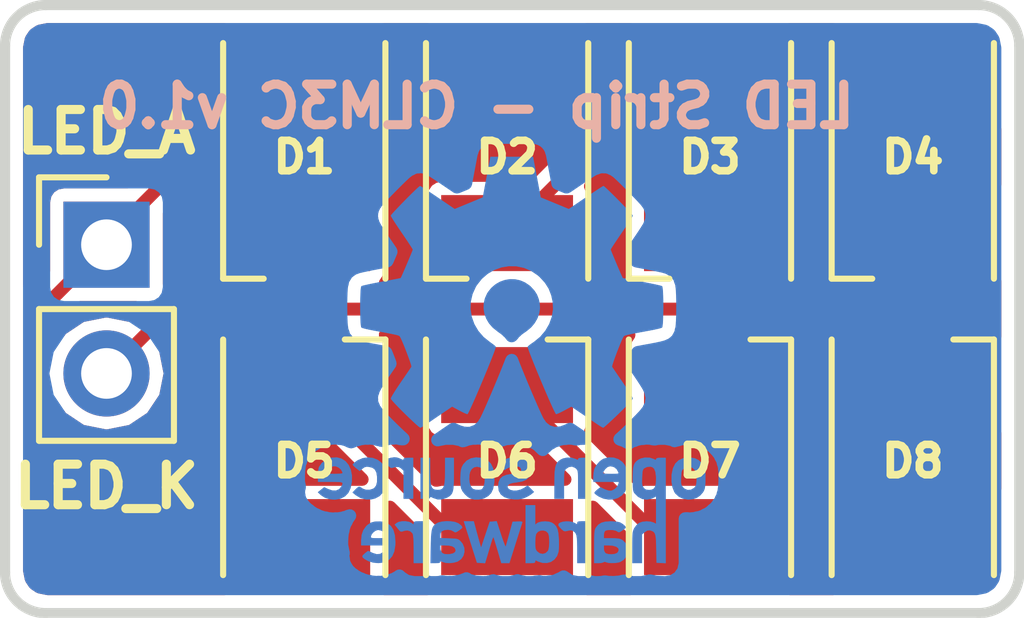
<source format=kicad_pcb>
(kicad_pcb (version 4) (host pcbnew 4.0.6)

  (general
    (links 10)
    (no_connects 0)
    (area 99.899999 87.899999 120.100001 100.100001)
    (thickness 1.6)
    (drawings 11)
    (tracks 24)
    (zones 0)
    (modules 10)
    (nets 9)
  )

  (page A4)
  (layers
    (0 Top signal)
    (31 Bottom signal)
    (34 B.Paste user)
    (35 F.Paste user)
    (36 B.SilkS user)
    (37 F.SilkS user)
    (38 B.Mask user)
    (39 F.Mask user)
    (44 Edge.Cuts user)
  )

  (setup
    (last_trace_width 0.254)
    (trace_clearance 0.254)
    (zone_clearance 0.254)
    (zone_45_only no)
    (trace_min 0.2)
    (segment_width 0.2)
    (edge_width 0.2)
    (via_size 0.6858)
    (via_drill 0.3302)
    (via_min_size 0.4)
    (via_min_drill 0.3)
    (uvia_size 0.762)
    (uvia_drill 0.508)
    (uvias_allowed no)
    (uvia_min_size 0.2)
    (uvia_min_drill 0.1)
    (pcb_text_width 0.3)
    (pcb_text_size 1.5 1.5)
    (mod_edge_width 0.15)
    (mod_text_size 1 1)
    (mod_text_width 0.15)
    (pad_size 1.524 1.524)
    (pad_drill 0.762)
    (pad_to_mask_clearance 0.2)
    (aux_axis_origin 0 0)
    (grid_origin 100 100)
    (visible_elements 7FFEFF7F)
    (pcbplotparams
      (layerselection 0x00030_80000001)
      (usegerberextensions false)
      (excludeedgelayer true)
      (linewidth 0.100000)
      (plotframeref false)
      (viasonmask false)
      (mode 1)
      (useauxorigin false)
      (hpglpennumber 1)
      (hpglpenspeed 20)
      (hpglpendiameter 15)
      (hpglpenoverlay 2)
      (psnegative false)
      (psa4output false)
      (plotreference true)
      (plotvalue true)
      (plotinvisibletext false)
      (padsonsilk false)
      (subtractmaskfromsilk false)
      (outputformat 1)
      (mirror false)
      (drillshape 1)
      (scaleselection 1)
      (outputdirectory ""))
  )

  (net 0 "")
  (net 1 "Net-(D1-Pad1)")
  (net 2 /LED_A)
  (net 3 "Net-(D2-Pad1)")
  (net 4 "Net-(D3-Pad1)")
  (net 5 "Net-(D5-Pad1)")
  (net 6 "Net-(D6-Pad1)")
  (net 7 /LED_K)
  (net 8 "Net-(D7-Pad1)")

  (net_class Default "This is the default net class."
    (clearance 0.254)
    (trace_width 0.254)
    (via_dia 0.6858)
    (via_drill 0.3302)
    (uvia_dia 0.762)
    (uvia_drill 0.508)
    (add_net /LED_A)
    (add_net /LED_K)
    (add_net "Net-(D1-Pad1)")
    (add_net "Net-(D2-Pad1)")
    (add_net "Net-(D3-Pad1)")
    (add_net "Net-(D5-Pad1)")
    (add_net "Net-(D6-Pad1)")
    (add_net "Net-(D7-Pad1)")
  )

  (module LEDs:LED_PLCC-2 (layer Top) (tedit 59787CD0) (tstamp 59773DAA)
    (at 105.9 91 90)
    (descr "LED PLCC-2 SMD package")
    (tags "LED PLCC-2 SMD")
    (path /59773C6A)
    (attr smd)
    (fp_text reference D1 (at 0 0 180) (layer F.SilkS)
      (effects (font (size 0.6 0.6) (thickness 0.15)))
    )
    (fp_text value LED (at 0 2.5 90) (layer F.Fab)
      (effects (font (size 1 1) (thickness 0.15)))
    )
    (fp_circle (center 0 0) (end 0 -1.25) (layer F.Fab) (width 0.1))
    (fp_line (start -1.7 -0.6) (end -0.8 -1.5) (layer F.Fab) (width 0.1))
    (fp_line (start 1.7 1.5) (end 1.7 -1.5) (layer F.Fab) (width 0.1))
    (fp_line (start 1.7 -1.5) (end -1.7 -1.5) (layer F.Fab) (width 0.1))
    (fp_line (start -1.7 -1.5) (end -1.7 1.5) (layer F.Fab) (width 0.1))
    (fp_line (start -1.7 1.5) (end 1.7 1.5) (layer F.Fab) (width 0.1))
    (fp_line (start -2.65 -1.85) (end 2.5 -1.85) (layer F.CrtYd) (width 0.05))
    (fp_line (start 2.5 -1.85) (end 2.5 1.85) (layer F.CrtYd) (width 0.05))
    (fp_line (start 2.5 1.85) (end -2.65 1.85) (layer F.CrtYd) (width 0.05))
    (fp_line (start -2.65 1.85) (end -2.65 -1.85) (layer F.CrtYd) (width 0.05))
    (fp_line (start 2.25 1.6) (end -2.4 1.6) (layer F.SilkS) (width 0.12))
    (fp_line (start 2.25 -1.6) (end -2.4 -1.6) (layer F.SilkS) (width 0.12))
    (fp_line (start -2.4 -1.6) (end -2.4 -0.8) (layer F.SilkS) (width 0.12))
    (pad 1 smd rect (at -1.5 0 90) (size 1.5 2.6) (layers Top F.Paste F.Mask)
      (net 1 "Net-(D1-Pad1)"))
    (pad 2 smd rect (at 1.5 0 90) (size 1.5 2.6) (layers Top F.Paste F.Mask)
      (net 2 /LED_A))
    (model ${KISYS3DMOD}/LEDs.3dshapes/LED_PLCC-2.wrl
      (at (xyz 0 0 0))
      (scale (xyz 1 1 1))
      (rotate (xyz 0 0 0))
    )
  )

  (module LEDs:LED_PLCC-2 (layer Top) (tedit 59787CD6) (tstamp 59773DB0)
    (at 109.9 91 90)
    (descr "LED PLCC-2 SMD package")
    (tags "LED PLCC-2 SMD")
    (path /59773C9C)
    (attr smd)
    (fp_text reference D2 (at 0 0 180) (layer F.SilkS)
      (effects (font (size 0.6 0.6) (thickness 0.15)))
    )
    (fp_text value LED (at 0 2.5 90) (layer F.Fab)
      (effects (font (size 1 1) (thickness 0.15)))
    )
    (fp_circle (center 0 0) (end 0 -1.25) (layer F.Fab) (width 0.1))
    (fp_line (start -1.7 -0.6) (end -0.8 -1.5) (layer F.Fab) (width 0.1))
    (fp_line (start 1.7 1.5) (end 1.7 -1.5) (layer F.Fab) (width 0.1))
    (fp_line (start 1.7 -1.5) (end -1.7 -1.5) (layer F.Fab) (width 0.1))
    (fp_line (start -1.7 -1.5) (end -1.7 1.5) (layer F.Fab) (width 0.1))
    (fp_line (start -1.7 1.5) (end 1.7 1.5) (layer F.Fab) (width 0.1))
    (fp_line (start -2.65 -1.85) (end 2.5 -1.85) (layer F.CrtYd) (width 0.05))
    (fp_line (start 2.5 -1.85) (end 2.5 1.85) (layer F.CrtYd) (width 0.05))
    (fp_line (start 2.5 1.85) (end -2.65 1.85) (layer F.CrtYd) (width 0.05))
    (fp_line (start -2.65 1.85) (end -2.65 -1.85) (layer F.CrtYd) (width 0.05))
    (fp_line (start 2.25 1.6) (end -2.4 1.6) (layer F.SilkS) (width 0.12))
    (fp_line (start 2.25 -1.6) (end -2.4 -1.6) (layer F.SilkS) (width 0.12))
    (fp_line (start -2.4 -1.6) (end -2.4 -0.8) (layer F.SilkS) (width 0.12))
    (pad 1 smd rect (at -1.5 0 90) (size 1.5 2.6) (layers Top F.Paste F.Mask)
      (net 3 "Net-(D2-Pad1)"))
    (pad 2 smd rect (at 1.5 0 90) (size 1.5 2.6) (layers Top F.Paste F.Mask)
      (net 1 "Net-(D1-Pad1)"))
    (model ${KISYS3DMOD}/LEDs.3dshapes/LED_PLCC-2.wrl
      (at (xyz 0 0 0))
      (scale (xyz 1 1 1))
      (rotate (xyz 0 0 0))
    )
  )

  (module LEDs:LED_PLCC-2 (layer Top) (tedit 59787CDD) (tstamp 59773DB6)
    (at 113.9 91 90)
    (descr "LED PLCC-2 SMD package")
    (tags "LED PLCC-2 SMD")
    (path /59773CCC)
    (attr smd)
    (fp_text reference D3 (at 0 0 180) (layer F.SilkS)
      (effects (font (size 0.6 0.6) (thickness 0.15)))
    )
    (fp_text value LED (at 0 2.5 90) (layer F.Fab)
      (effects (font (size 1 1) (thickness 0.15)))
    )
    (fp_circle (center 0 0) (end 0 -1.25) (layer F.Fab) (width 0.1))
    (fp_line (start -1.7 -0.6) (end -0.8 -1.5) (layer F.Fab) (width 0.1))
    (fp_line (start 1.7 1.5) (end 1.7 -1.5) (layer F.Fab) (width 0.1))
    (fp_line (start 1.7 -1.5) (end -1.7 -1.5) (layer F.Fab) (width 0.1))
    (fp_line (start -1.7 -1.5) (end -1.7 1.5) (layer F.Fab) (width 0.1))
    (fp_line (start -1.7 1.5) (end 1.7 1.5) (layer F.Fab) (width 0.1))
    (fp_line (start -2.65 -1.85) (end 2.5 -1.85) (layer F.CrtYd) (width 0.05))
    (fp_line (start 2.5 -1.85) (end 2.5 1.85) (layer F.CrtYd) (width 0.05))
    (fp_line (start 2.5 1.85) (end -2.65 1.85) (layer F.CrtYd) (width 0.05))
    (fp_line (start -2.65 1.85) (end -2.65 -1.85) (layer F.CrtYd) (width 0.05))
    (fp_line (start 2.25 1.6) (end -2.4 1.6) (layer F.SilkS) (width 0.12))
    (fp_line (start 2.25 -1.6) (end -2.4 -1.6) (layer F.SilkS) (width 0.12))
    (fp_line (start -2.4 -1.6) (end -2.4 -0.8) (layer F.SilkS) (width 0.12))
    (pad 1 smd rect (at -1.5 0 90) (size 1.5 2.6) (layers Top F.Paste F.Mask)
      (net 4 "Net-(D3-Pad1)"))
    (pad 2 smd rect (at 1.5 0 90) (size 1.5 2.6) (layers Top F.Paste F.Mask)
      (net 3 "Net-(D2-Pad1)"))
    (model ${KISYS3DMOD}/LEDs.3dshapes/LED_PLCC-2.wrl
      (at (xyz 0 0 0))
      (scale (xyz 1 1 1))
      (rotate (xyz 0 0 0))
    )
  )

  (module LEDs:LED_PLCC-2 (layer Top) (tedit 59787CE2) (tstamp 59773DBC)
    (at 117.9 91 90)
    (descr "LED PLCC-2 SMD package")
    (tags "LED PLCC-2 SMD")
    (path /59773CF7)
    (attr smd)
    (fp_text reference D4 (at 0 0 180) (layer F.SilkS)
      (effects (font (size 0.6 0.6) (thickness 0.15)))
    )
    (fp_text value LED (at 0 2.5 90) (layer F.Fab)
      (effects (font (size 1 1) (thickness 0.15)))
    )
    (fp_circle (center 0 0) (end 0 -1.25) (layer F.Fab) (width 0.1))
    (fp_line (start -1.7 -0.6) (end -0.8 -1.5) (layer F.Fab) (width 0.1))
    (fp_line (start 1.7 1.5) (end 1.7 -1.5) (layer F.Fab) (width 0.1))
    (fp_line (start 1.7 -1.5) (end -1.7 -1.5) (layer F.Fab) (width 0.1))
    (fp_line (start -1.7 -1.5) (end -1.7 1.5) (layer F.Fab) (width 0.1))
    (fp_line (start -1.7 1.5) (end 1.7 1.5) (layer F.Fab) (width 0.1))
    (fp_line (start -2.65 -1.85) (end 2.5 -1.85) (layer F.CrtYd) (width 0.05))
    (fp_line (start 2.5 -1.85) (end 2.5 1.85) (layer F.CrtYd) (width 0.05))
    (fp_line (start 2.5 1.85) (end -2.65 1.85) (layer F.CrtYd) (width 0.05))
    (fp_line (start -2.65 1.85) (end -2.65 -1.85) (layer F.CrtYd) (width 0.05))
    (fp_line (start 2.25 1.6) (end -2.4 1.6) (layer F.SilkS) (width 0.12))
    (fp_line (start 2.25 -1.6) (end -2.4 -1.6) (layer F.SilkS) (width 0.12))
    (fp_line (start -2.4 -1.6) (end -2.4 -0.8) (layer F.SilkS) (width 0.12))
    (pad 1 smd rect (at -1.5 0 90) (size 1.5 2.6) (layers Top F.Paste F.Mask)
      (net 7 /LED_K))
    (pad 2 smd rect (at 1.5 0 90) (size 1.5 2.6) (layers Top F.Paste F.Mask)
      (net 4 "Net-(D3-Pad1)"))
    (model ${KISYS3DMOD}/LEDs.3dshapes/LED_PLCC-2.wrl
      (at (xyz 0 0 0))
      (scale (xyz 1 1 1))
      (rotate (xyz 0 0 0))
    )
  )

  (module LEDs:LED_PLCC-2 (layer Top) (tedit 59787CEB) (tstamp 59773DC2)
    (at 105.9 97 270)
    (descr "LED PLCC-2 SMD package")
    (tags "LED PLCC-2 SMD")
    (path /59773D23)
    (attr smd)
    (fp_text reference D5 (at 0 0 360) (layer F.SilkS)
      (effects (font (size 0.6 0.6) (thickness 0.15)))
    )
    (fp_text value LED (at 0 2.5 270) (layer F.Fab)
      (effects (font (size 1 1) (thickness 0.15)))
    )
    (fp_circle (center 0 0) (end 0 -1.25) (layer F.Fab) (width 0.1))
    (fp_line (start -1.7 -0.6) (end -0.8 -1.5) (layer F.Fab) (width 0.1))
    (fp_line (start 1.7 1.5) (end 1.7 -1.5) (layer F.Fab) (width 0.1))
    (fp_line (start 1.7 -1.5) (end -1.7 -1.5) (layer F.Fab) (width 0.1))
    (fp_line (start -1.7 -1.5) (end -1.7 1.5) (layer F.Fab) (width 0.1))
    (fp_line (start -1.7 1.5) (end 1.7 1.5) (layer F.Fab) (width 0.1))
    (fp_line (start -2.65 -1.85) (end 2.5 -1.85) (layer F.CrtYd) (width 0.05))
    (fp_line (start 2.5 -1.85) (end 2.5 1.85) (layer F.CrtYd) (width 0.05))
    (fp_line (start 2.5 1.85) (end -2.65 1.85) (layer F.CrtYd) (width 0.05))
    (fp_line (start -2.65 1.85) (end -2.65 -1.85) (layer F.CrtYd) (width 0.05))
    (fp_line (start 2.25 1.6) (end -2.4 1.6) (layer F.SilkS) (width 0.12))
    (fp_line (start 2.25 -1.6) (end -2.4 -1.6) (layer F.SilkS) (width 0.12))
    (fp_line (start -2.4 -1.6) (end -2.4 -0.8) (layer F.SilkS) (width 0.12))
    (pad 1 smd rect (at -1.5 0 270) (size 1.5 2.6) (layers Top F.Paste F.Mask)
      (net 5 "Net-(D5-Pad1)"))
    (pad 2 smd rect (at 1.5 0 270) (size 1.5 2.6) (layers Top F.Paste F.Mask)
      (net 2 /LED_A))
    (model ${KISYS3DMOD}/LEDs.3dshapes/LED_PLCC-2.wrl
      (at (xyz 0 0 0))
      (scale (xyz 1 1 1))
      (rotate (xyz 0 0 0))
    )
  )

  (module LEDs:LED_PLCC-2 (layer Top) (tedit 59787CF1) (tstamp 59773DC8)
    (at 109.9 97 270)
    (descr "LED PLCC-2 SMD package")
    (tags "LED PLCC-2 SMD")
    (path /59773D52)
    (attr smd)
    (fp_text reference D6 (at 0 0 360) (layer F.SilkS)
      (effects (font (size 0.6 0.6) (thickness 0.15)))
    )
    (fp_text value LED (at 0 2.5 270) (layer F.Fab)
      (effects (font (size 1 1) (thickness 0.15)))
    )
    (fp_circle (center 0 0) (end 0 -1.25) (layer F.Fab) (width 0.1))
    (fp_line (start -1.7 -0.6) (end -0.8 -1.5) (layer F.Fab) (width 0.1))
    (fp_line (start 1.7 1.5) (end 1.7 -1.5) (layer F.Fab) (width 0.1))
    (fp_line (start 1.7 -1.5) (end -1.7 -1.5) (layer F.Fab) (width 0.1))
    (fp_line (start -1.7 -1.5) (end -1.7 1.5) (layer F.Fab) (width 0.1))
    (fp_line (start -1.7 1.5) (end 1.7 1.5) (layer F.Fab) (width 0.1))
    (fp_line (start -2.65 -1.85) (end 2.5 -1.85) (layer F.CrtYd) (width 0.05))
    (fp_line (start 2.5 -1.85) (end 2.5 1.85) (layer F.CrtYd) (width 0.05))
    (fp_line (start 2.5 1.85) (end -2.65 1.85) (layer F.CrtYd) (width 0.05))
    (fp_line (start -2.65 1.85) (end -2.65 -1.85) (layer F.CrtYd) (width 0.05))
    (fp_line (start 2.25 1.6) (end -2.4 1.6) (layer F.SilkS) (width 0.12))
    (fp_line (start 2.25 -1.6) (end -2.4 -1.6) (layer F.SilkS) (width 0.12))
    (fp_line (start -2.4 -1.6) (end -2.4 -0.8) (layer F.SilkS) (width 0.12))
    (pad 1 smd rect (at -1.5 0 270) (size 1.5 2.6) (layers Top F.Paste F.Mask)
      (net 6 "Net-(D6-Pad1)"))
    (pad 2 smd rect (at 1.5 0 270) (size 1.5 2.6) (layers Top F.Paste F.Mask)
      (net 5 "Net-(D5-Pad1)"))
    (model ${KISYS3DMOD}/LEDs.3dshapes/LED_PLCC-2.wrl
      (at (xyz 0 0 0))
      (scale (xyz 1 1 1))
      (rotate (xyz 0 0 0))
    )
  )

  (module LEDs:LED_PLCC-2 (layer Top) (tedit 59787CF7) (tstamp 59773DCE)
    (at 113.9 97 270)
    (descr "LED PLCC-2 SMD package")
    (tags "LED PLCC-2 SMD")
    (path /59773D7C)
    (attr smd)
    (fp_text reference D7 (at 0 0 360) (layer F.SilkS)
      (effects (font (size 0.6 0.6) (thickness 0.15)))
    )
    (fp_text value LED (at 0 2.5 270) (layer F.Fab)
      (effects (font (size 1 1) (thickness 0.15)))
    )
    (fp_circle (center 0 0) (end 0 -1.25) (layer F.Fab) (width 0.1))
    (fp_line (start -1.7 -0.6) (end -0.8 -1.5) (layer F.Fab) (width 0.1))
    (fp_line (start 1.7 1.5) (end 1.7 -1.5) (layer F.Fab) (width 0.1))
    (fp_line (start 1.7 -1.5) (end -1.7 -1.5) (layer F.Fab) (width 0.1))
    (fp_line (start -1.7 -1.5) (end -1.7 1.5) (layer F.Fab) (width 0.1))
    (fp_line (start -1.7 1.5) (end 1.7 1.5) (layer F.Fab) (width 0.1))
    (fp_line (start -2.65 -1.85) (end 2.5 -1.85) (layer F.CrtYd) (width 0.05))
    (fp_line (start 2.5 -1.85) (end 2.5 1.85) (layer F.CrtYd) (width 0.05))
    (fp_line (start 2.5 1.85) (end -2.65 1.85) (layer F.CrtYd) (width 0.05))
    (fp_line (start -2.65 1.85) (end -2.65 -1.85) (layer F.CrtYd) (width 0.05))
    (fp_line (start 2.25 1.6) (end -2.4 1.6) (layer F.SilkS) (width 0.12))
    (fp_line (start 2.25 -1.6) (end -2.4 -1.6) (layer F.SilkS) (width 0.12))
    (fp_line (start -2.4 -1.6) (end -2.4 -0.8) (layer F.SilkS) (width 0.12))
    (pad 1 smd rect (at -1.5 0 270) (size 1.5 2.6) (layers Top F.Paste F.Mask)
      (net 8 "Net-(D7-Pad1)"))
    (pad 2 smd rect (at 1.5 0 270) (size 1.5 2.6) (layers Top F.Paste F.Mask)
      (net 6 "Net-(D6-Pad1)"))
    (model ${KISYS3DMOD}/LEDs.3dshapes/LED_PLCC-2.wrl
      (at (xyz 0 0 0))
      (scale (xyz 1 1 1))
      (rotate (xyz 0 0 0))
    )
  )

  (module LEDs:LED_PLCC-2 (layer Top) (tedit 59787CFE) (tstamp 59773DD4)
    (at 117.9 97 270)
    (descr "LED PLCC-2 SMD package")
    (tags "LED PLCC-2 SMD")
    (path /59773DA9)
    (attr smd)
    (fp_text reference D8 (at 0 0 360) (layer F.SilkS)
      (effects (font (size 0.6 0.6) (thickness 0.15)))
    )
    (fp_text value LED (at 0 2.5 270) (layer F.Fab)
      (effects (font (size 1 1) (thickness 0.15)))
    )
    (fp_circle (center 0 0) (end 0 -1.25) (layer F.Fab) (width 0.1))
    (fp_line (start -1.7 -0.6) (end -0.8 -1.5) (layer F.Fab) (width 0.1))
    (fp_line (start 1.7 1.5) (end 1.7 -1.5) (layer F.Fab) (width 0.1))
    (fp_line (start 1.7 -1.5) (end -1.7 -1.5) (layer F.Fab) (width 0.1))
    (fp_line (start -1.7 -1.5) (end -1.7 1.5) (layer F.Fab) (width 0.1))
    (fp_line (start -1.7 1.5) (end 1.7 1.5) (layer F.Fab) (width 0.1))
    (fp_line (start -2.65 -1.85) (end 2.5 -1.85) (layer F.CrtYd) (width 0.05))
    (fp_line (start 2.5 -1.85) (end 2.5 1.85) (layer F.CrtYd) (width 0.05))
    (fp_line (start 2.5 1.85) (end -2.65 1.85) (layer F.CrtYd) (width 0.05))
    (fp_line (start -2.65 1.85) (end -2.65 -1.85) (layer F.CrtYd) (width 0.05))
    (fp_line (start 2.25 1.6) (end -2.4 1.6) (layer F.SilkS) (width 0.12))
    (fp_line (start 2.25 -1.6) (end -2.4 -1.6) (layer F.SilkS) (width 0.12))
    (fp_line (start -2.4 -1.6) (end -2.4 -0.8) (layer F.SilkS) (width 0.12))
    (pad 1 smd rect (at -1.5 0 270) (size 1.5 2.6) (layers Top F.Paste F.Mask)
      (net 7 /LED_K))
    (pad 2 smd rect (at 1.5 0 270) (size 1.5 2.6) (layers Top F.Paste F.Mask)
      (net 8 "Net-(D7-Pad1)"))
    (model ${KISYS3DMOD}/LEDs.3dshapes/LED_PLCC-2.wrl
      (at (xyz 0 0 0))
      (scale (xyz 1 1 1))
      (rotate (xyz 0 0 0))
    )
  )

  (module Pin_Headers:Pin_Header_Straight_1x02_Pitch2.54mm locked (layer Top) (tedit 59787D2A) (tstamp 5977B4AA)
    (at 102 92.73)
    (descr "Through hole straight pin header, 1x02, 2.54mm pitch, single row")
    (tags "Through hole pin header THT 1x02 2.54mm single row")
    (path /5977B41D)
    (fp_text reference J1 (at -0.01 -2.57) (layer F.SilkS) hide
      (effects (font (size 0.6 0.6) (thickness 0.15)))
    )
    (fp_text value CONN_01X02 (at 0 4.87) (layer F.Fab) hide
      (effects (font (size 1 1) (thickness 0.15)))
    )
    (fp_line (start -0.635 -1.27) (end 1.27 -1.27) (layer F.Fab) (width 0.1))
    (fp_line (start 1.27 -1.27) (end 1.27 3.81) (layer F.Fab) (width 0.1))
    (fp_line (start 1.27 3.81) (end -1.27 3.81) (layer F.Fab) (width 0.1))
    (fp_line (start -1.27 3.81) (end -1.27 -0.635) (layer F.Fab) (width 0.1))
    (fp_line (start -1.27 -0.635) (end -0.635 -1.27) (layer F.Fab) (width 0.1))
    (fp_line (start -1.33 3.87) (end 1.33 3.87) (layer F.SilkS) (width 0.12))
    (fp_line (start -1.33 1.27) (end -1.33 3.87) (layer F.SilkS) (width 0.12))
    (fp_line (start 1.33 1.27) (end 1.33 3.87) (layer F.SilkS) (width 0.12))
    (fp_line (start -1.33 1.27) (end 1.33 1.27) (layer F.SilkS) (width 0.12))
    (fp_line (start -1.33 0) (end -1.33 -1.33) (layer F.SilkS) (width 0.12))
    (fp_line (start -1.33 -1.33) (end 0 -1.33) (layer F.SilkS) (width 0.12))
    (fp_line (start -1.8 -1.8) (end -1.8 4.35) (layer F.CrtYd) (width 0.05))
    (fp_line (start -1.8 4.35) (end 1.8 4.35) (layer F.CrtYd) (width 0.05))
    (fp_line (start 1.8 4.35) (end 1.8 -1.8) (layer F.CrtYd) (width 0.05))
    (fp_line (start 1.8 -1.8) (end -1.8 -1.8) (layer F.CrtYd) (width 0.05))
    (fp_text user %R (at 0 1.27 90) (layer F.Fab) hide
      (effects (font (size 1 1) (thickness 0.15)))
    )
    (pad 1 thru_hole rect (at 0 0) (size 1.7 1.7) (drill 1) (layers *.Cu *.Mask)
      (net 2 /LED_A))
    (pad 2 thru_hole oval (at 0 2.54) (size 1.7 1.7) (drill 1) (layers *.Cu *.Mask)
      (net 7 /LED_K))
    (model ${KISYS3DMOD}/Pin_Headers.3dshapes/Pin_Header_Straight_1x02_Pitch2.54mm.wrl
      (at (xyz 0 -0.05 0))
      (scale (xyz 1 1 1))
      (rotate (xyz 0 0 90))
    )
  )

  (module Symbols:OSHW-Logo_7.5x8mm_Copper (layer Bottom) (tedit 59795D6D) (tstamp 59795C02)
    (at 110 95 180)
    (descr "Open Source Hardware Logo")
    (tags "Logo OSHW")
    (attr virtual)
    (fp_text reference OSHW-Logo (at 0 0 180) (layer B.SilkS) hide
      (effects (font (size 1 1) (thickness 0.15)) (justify mirror))
    )
    (fp_text value OSHW-Logo_7.5x8mm_Copper (at 0.75 0 180) (layer B.Fab) hide
      (effects (font (size 1 1) (thickness 0.15)) (justify mirror))
    )
    (fp_poly (pts (xy -2.53664 -1.952468) (xy -2.501408 -1.969874) (xy -2.45796 -2.000206) (xy -2.426294 -2.033283)
      (xy -2.404606 -2.074817) (xy -2.391097 -2.130522) (xy -2.383962 -2.206111) (xy -2.3814 -2.307296)
      (xy -2.38125 -2.350797) (xy -2.381688 -2.446135) (xy -2.383504 -2.514271) (xy -2.387455 -2.561418)
      (xy -2.394298 -2.59379) (xy -2.404789 -2.6176) (xy -2.415704 -2.633843) (xy -2.485381 -2.702952)
      (xy -2.567434 -2.744521) (xy -2.65595 -2.757023) (xy -2.745019 -2.738934) (xy -2.773237 -2.726142)
      (xy -2.84079 -2.690931) (xy -2.84079 -3.2427) (xy -2.791488 -3.217205) (xy -2.726527 -3.19748)
      (xy -2.64668 -3.192427) (xy -2.566948 -3.201756) (xy -2.506735 -3.222714) (xy -2.456792 -3.262627)
      (xy -2.414119 -3.319741) (xy -2.41091 -3.325605) (xy -2.397378 -3.353227) (xy -2.387495 -3.381068)
      (xy -2.380691 -3.414794) (xy -2.376399 -3.460071) (xy -2.374049 -3.522562) (xy -2.373072 -3.607935)
      (xy -2.372895 -3.70401) (xy -2.372895 -4.010526) (xy -2.556711 -4.010526) (xy -2.556711 -3.445339)
      (xy -2.608125 -3.402077) (xy -2.661534 -3.367472) (xy -2.712112 -3.36118) (xy -2.76297 -3.377372)
      (xy -2.790075 -3.393227) (xy -2.810249 -3.41581) (xy -2.824597 -3.44994) (xy -2.834224 -3.500434)
      (xy -2.840237 -3.572111) (xy -2.84374 -3.669788) (xy -2.844974 -3.734802) (xy -2.849145 -4.002171)
      (xy -2.936875 -4.007222) (xy -3.024606 -4.012273) (xy -3.024606 -2.353101) (xy -2.84079 -2.353101)
      (xy -2.836104 -2.4456) (xy -2.820312 -2.509809) (xy -2.790817 -2.549759) (xy -2.74502 -2.56948)
      (xy -2.69875 -2.573421) (xy -2.646372 -2.568892) (xy -2.61161 -2.551069) (xy -2.589872 -2.527519)
      (xy -2.57276 -2.502189) (xy -2.562573 -2.473969) (xy -2.55804 -2.434431) (xy -2.557891 -2.375142)
      (xy -2.559416 -2.325498) (xy -2.562919 -2.25071) (xy -2.568133 -2.201611) (xy -2.576913 -2.170467)
      (xy -2.591114 -2.149545) (xy -2.604516 -2.137452) (xy -2.660513 -2.111081) (xy -2.726789 -2.106822)
      (xy -2.764844 -2.115906) (xy -2.802523 -2.148196) (xy -2.827481 -2.211006) (xy -2.839578 -2.303894)
      (xy -2.84079 -2.353101) (xy -3.024606 -2.353101) (xy -3.024606 -1.938421) (xy -2.932698 -1.938421)
      (xy -2.877517 -1.940603) (xy -2.849048 -1.948351) (xy -2.840794 -1.963468) (xy -2.84079 -1.963916)
      (xy -2.83696 -1.97872) (xy -2.820067 -1.977039) (xy -2.786481 -1.960772) (xy -2.708222 -1.935887)
      (xy -2.620173 -1.933271) (xy -2.53664 -1.952468)) (layer Bottom) (width 0.01))
    (fp_poly (pts (xy -1.839543 -3.198184) (xy -1.76093 -3.21916) (xy -1.701084 -3.25718) (xy -1.658853 -3.306978)
      (xy -1.645725 -3.32823) (xy -1.636032 -3.350492) (xy -1.629256 -3.37897) (xy -1.624877 -3.418871)
      (xy -1.622376 -3.475401) (xy -1.621232 -3.553767) (xy -1.620928 -3.659176) (xy -1.620922 -3.687142)
      (xy -1.620922 -4.010526) (xy -1.701132 -4.010526) (xy -1.752294 -4.006943) (xy -1.790123 -3.997866)
      (xy -1.799601 -3.992268) (xy -1.825512 -3.982606) (xy -1.851976 -3.992268) (xy -1.895548 -4.00433)
      (xy -1.95884 -4.009185) (xy -2.02899 -4.007078) (xy -2.09314 -3.998256) (xy -2.130593 -3.986937)
      (xy -2.203067 -3.940412) (xy -2.24836 -3.875846) (xy -2.268722 -3.79) (xy -2.268912 -3.787796)
      (xy -2.267125 -3.749713) (xy -2.105527 -3.749713) (xy -2.091399 -3.79303) (xy -2.068388 -3.817408)
      (xy -2.022196 -3.835845) (xy -1.961225 -3.843205) (xy -1.899051 -3.839583) (xy -1.849249 -3.825074)
      (xy -1.835297 -3.815765) (xy -1.810915 -3.772753) (xy -1.804737 -3.723857) (xy -1.804737 -3.659605)
      (xy -1.897182 -3.659605) (xy -1.985005 -3.666366) (xy -2.051582 -3.68552) (xy -2.092998 -3.715376)
      (xy -2.105527 -3.749713) (xy -2.267125 -3.749713) (xy -2.26451 -3.694004) (xy -2.233576 -3.619847)
      (xy -2.175419 -3.563767) (xy -2.16738 -3.558665) (xy -2.132837 -3.542055) (xy -2.090082 -3.531996)
      (xy -2.030314 -3.527107) (xy -1.95931 -3.525983) (xy -1.804737 -3.525921) (xy -1.804737 -3.461125)
      (xy -1.811294 -3.41085) (xy -1.828025 -3.377169) (xy -1.829984 -3.375376) (xy -1.867217 -3.360642)
      (xy -1.92342 -3.354931) (xy -1.985533 -3.357737) (xy -2.04049 -3.368556) (xy -2.073101 -3.384782)
      (xy -2.090772 -3.39778) (xy -2.109431 -3.400262) (xy -2.135181 -3.389613) (xy -2.174127 -3.363218)
      (xy -2.23237 -3.318465) (xy -2.237716 -3.314273) (xy -2.234977 -3.29876) (xy -2.212124 -3.27296)
      (xy -2.177391 -3.244289) (xy -2.13901 -3.220166) (xy -2.126952 -3.21447) (xy -2.082966 -3.203103)
      (xy -2.018513 -3.194995) (xy -1.946503 -3.191743) (xy -1.943136 -3.191736) (xy -1.839543 -3.198184)) (layer Bottom) (width 0.01))
    (fp_poly (pts (xy -1.320119 -3.193486) (xy -1.295112 -3.200982) (xy -1.28705 -3.217451) (xy -1.286711 -3.224886)
      (xy -1.285264 -3.245594) (xy -1.275302 -3.248845) (xy -1.248388 -3.234648) (xy -1.232402 -3.224948)
      (xy -1.181967 -3.204175) (xy -1.121728 -3.193904) (xy -1.058566 -3.193114) (xy -0.999363 -3.200786)
      (xy -0.950998 -3.215898) (xy -0.920354 -3.237432) (xy -0.914311 -3.264366) (xy -0.917361 -3.27166)
      (xy -0.939594 -3.301937) (xy -0.97407 -3.339175) (xy -0.980306 -3.345195) (xy -1.013167 -3.372875)
      (xy -1.04152 -3.381818) (xy -1.081173 -3.375576) (xy -1.097058 -3.371429) (xy -1.146491 -3.361467)
      (xy -1.181248 -3.365947) (xy -1.2106 -3.381746) (xy -1.237487 -3.402949) (xy -1.25729 -3.429614)
      (xy -1.271052 -3.466827) (xy -1.279816 -3.519673) (xy -1.284626 -3.593237) (xy -1.286526 -3.692605)
      (xy -1.286711 -3.752601) (xy -1.286711 -4.010526) (xy -1.453816 -4.010526) (xy -1.453816 -3.19171)
      (xy -1.370264 -3.19171) (xy -1.320119 -3.193486)) (layer Bottom) (width 0.01))
    (fp_poly (pts (xy -0.267369 -4.010526) (xy -0.359277 -4.010526) (xy -0.412623 -4.008962) (xy -0.440407 -4.002485)
      (xy -0.45041 -3.988418) (xy -0.451185 -3.978906) (xy -0.452872 -3.959832) (xy -0.46351 -3.956174)
      (xy -0.491465 -3.967932) (xy -0.513205 -3.978906) (xy -0.596668 -4.004911) (xy -0.687396 -4.006416)
      (xy -0.761158 -3.987021) (xy -0.829846 -3.940165) (xy -0.882206 -3.871004) (xy -0.910878 -3.789427)
      (xy -0.911608 -3.784866) (xy -0.915868 -3.735101) (xy -0.917986 -3.663659) (xy -0.917816 -3.609626)
      (xy -0.73528 -3.609626) (xy -0.731051 -3.681441) (xy -0.721432 -3.740634) (xy -0.70841 -3.77406)
      (xy -0.659144 -3.81974) (xy -0.60065 -3.836115) (xy -0.540329 -3.822873) (xy -0.488783 -3.783373)
      (xy -0.469262 -3.756807) (xy -0.457848 -3.725106) (xy -0.452502 -3.678832) (xy -0.451185 -3.609328)
      (xy -0.453542 -3.540499) (xy -0.459767 -3.480026) (xy -0.468592 -3.439556) (xy -0.470063 -3.435929)
      (xy -0.505653 -3.392802) (xy -0.5576 -3.369124) (xy -0.615722 -3.365301) (xy -0.66984 -3.381738)
      (xy -0.709774 -3.41884) (xy -0.713917 -3.426222) (xy -0.726884 -3.471239) (xy -0.733948 -3.535967)
      (xy -0.73528 -3.609626) (xy -0.917816 -3.609626) (xy -0.917729 -3.58223) (xy -0.916528 -3.538405)
      (xy -0.908355 -3.429988) (xy -0.89137 -3.348588) (xy -0.863113 -3.288412) (xy -0.821128 -3.243666)
      (xy -0.780368 -3.2174) (xy -0.723419 -3.198935) (xy -0.652589 -3.192602) (xy -0.580059 -3.19776)
      (xy -0.518014 -3.213769) (xy -0.485232 -3.23292) (xy -0.451185 -3.263732) (xy -0.451185 -2.87421)
      (xy -0.267369 -2.87421) (xy -0.267369 -4.010526)) (layer Bottom) (width 0.01))
    (fp_poly (pts (xy 0.37413 -3.195104) (xy 0.44022 -3.200066) (xy 0.526626 -3.459079) (xy 0.613031 -3.718092)
      (xy 0.640124 -3.626184) (xy 0.656428 -3.569384) (xy 0.677875 -3.492625) (xy 0.701035 -3.408251)
      (xy 0.71328 -3.362993) (xy 0.759344 -3.19171) (xy 0.949387 -3.19171) (xy 0.892582 -3.371349)
      (xy 0.864607 -3.459704) (xy 0.830813 -3.566281) (xy 0.79552 -3.677454) (xy 0.764013 -3.776579)
      (xy 0.69225 -4.002171) (xy 0.537286 -4.012253) (xy 0.49527 -3.873528) (xy 0.469359 -3.787351)
      (xy 0.441083 -3.692347) (xy 0.416369 -3.608441) (xy 0.415394 -3.605102) (xy 0.396935 -3.548248)
      (xy 0.380649 -3.509456) (xy 0.369242 -3.494787) (xy 0.366898 -3.496483) (xy 0.358671 -3.519225)
      (xy 0.343038 -3.56794) (xy 0.321904 -3.636502) (xy 0.29717 -3.718785) (xy 0.283787 -3.764046)
      (xy 0.211311 -4.010526) (xy 0.057495 -4.010526) (xy -0.065469 -3.622006) (xy -0.100012 -3.513022)
      (xy -0.131479 -3.414048) (xy -0.158384 -3.329736) (xy -0.179241 -3.264734) (xy -0.192562 -3.223692)
      (xy -0.196612 -3.211701) (xy -0.193406 -3.199423) (xy -0.168235 -3.194046) (xy -0.115854 -3.194584)
      (xy -0.107655 -3.19499) (xy -0.010518 -3.200066) (xy 0.0531 -3.434013) (xy 0.076484 -3.519333)
      (xy 0.097381 -3.594335) (xy 0.113951 -3.652507) (xy 0.124354 -3.687337) (xy 0.126276 -3.693016)
      (xy 0.134241 -3.686486) (xy 0.150304 -3.652654) (xy 0.172621 -3.596127) (xy 0.199345 -3.52151)
      (xy 0.221937 -3.454107) (xy 0.308041 -3.190143) (xy 0.37413 -3.195104)) (layer Bottom) (width 0.01))
    (fp_poly (pts (xy 1.379992 -3.196673) (xy 1.450427 -3.21378) (xy 1.470787 -3.222844) (xy 1.510253 -3.246583)
      (xy 1.540541 -3.273321) (xy 1.562952 -3.307699) (xy 1.578786 -3.35436) (xy 1.589343 -3.417946)
      (xy 1.595924 -3.503099) (xy 1.599828 -3.614462) (xy 1.60131 -3.688849) (xy 1.606765 -4.010526)
      (xy 1.51358 -4.010526) (xy 1.457047 -4.008156) (xy 1.427922 -4.000055) (xy 1.420394 -3.986451)
      (xy 1.41642 -3.971741) (xy 1.398652 -3.974554) (xy 1.37444 -3.986348) (xy 1.313828 -4.004427)
      (xy 1.235929 -4.009299) (xy 1.153995 -4.00133) (xy 1.081281 -3.980889) (xy 1.074759 -3.978051)
      (xy 1.008302 -3.931365) (xy 0.964491 -3.866464) (xy 0.944332 -3.7906) (xy 0.945872 -3.763344)
      (xy 1.110345 -3.763344) (xy 1.124837 -3.800024) (xy 1.167805 -3.826309) (xy 1.237129 -3.840417)
      (xy 1.274177 -3.84229) (xy 1.335919 -3.837494) (xy 1.37696 -3.818858) (xy 1.386973 -3.81)
      (xy 1.4141 -3.761806) (xy 1.420394 -3.718092) (xy 1.420394 -3.659605) (xy 1.33893 -3.659605)
      (xy 1.244234 -3.664432) (xy 1.177813 -3.679613) (xy 1.135846 -3.7062) (xy 1.126449 -3.718052)
      (xy 1.110345 -3.763344) (xy 0.945872 -3.763344) (xy 0.948829 -3.711026) (xy 0.978985 -3.634995)
      (xy 1.020131 -3.583612) (xy 1.045052 -3.561397) (xy 1.069448 -3.546798) (xy 1.101191 -3.537897)
      (xy 1.148152 -3.532775) (xy 1.218204 -3.529515) (xy 1.24599 -3.528577) (xy 1.420394 -3.522879)
      (xy 1.420138 -3.470091) (xy 1.413384 -3.414603) (xy 1.388964 -3.381052) (xy 1.33963 -3.359618)
      (xy 1.338306 -3.359236) (xy 1.26836 -3.350808) (xy 1.199914 -3.361816) (xy 1.149047 -3.388585)
      (xy 1.128637 -3.401803) (xy 1.106654 -3.399974) (xy 1.072826 -3.380824) (xy 1.052961 -3.367308)
      (xy 1.014106 -3.338432) (xy 0.990038 -3.316786) (xy 0.986176 -3.310589) (xy 1.002079 -3.278519)
      (xy 1.049065 -3.240219) (xy 1.069473 -3.227297) (xy 1.128143 -3.205041) (xy 1.207212 -3.192432)
      (xy 1.295041 -3.1896) (xy 1.379992 -3.196673)) (layer Bottom) (width 0.01))
    (fp_poly (pts (xy 2.173167 -3.191447) (xy 2.237408 -3.204112) (xy 2.27398 -3.222864) (xy 2.312453 -3.254017)
      (xy 2.257717 -3.323127) (xy 2.223969 -3.364979) (xy 2.201053 -3.385398) (xy 2.178279 -3.388517)
      (xy 2.144956 -3.378472) (xy 2.129314 -3.372789) (xy 2.065542 -3.364404) (xy 2.00714 -3.382378)
      (xy 1.964264 -3.422982) (xy 1.957299 -3.435929) (xy 1.949713 -3.470224) (xy 1.943859 -3.533427)
      (xy 1.940011 -3.62106) (xy 1.938443 -3.72864) (xy 1.938421 -3.743944) (xy 1.938421 -4.010526)
      (xy 1.754605 -4.010526) (xy 1.754605 -3.19171) (xy 1.846513 -3.19171) (xy 1.899507 -3.193094)
      (xy 1.927115 -3.199252) (xy 1.937324 -3.213194) (xy 1.938421 -3.226344) (xy 1.938421 -3.260978)
      (xy 1.98245 -3.226344) (xy 2.032937 -3.202716) (xy 2.10076 -3.191033) (xy 2.173167 -3.191447)) (layer Bottom) (width 0.01))
    (fp_poly (pts (xy 2.701193 -3.196078) (xy 2.781068 -3.216845) (xy 2.847962 -3.259705) (xy 2.880351 -3.291723)
      (xy 2.933445 -3.367413) (xy 2.963873 -3.455216) (xy 2.974327 -3.56315) (xy 2.97438 -3.571875)
      (xy 2.974473 -3.659605) (xy 2.469534 -3.659605) (xy 2.480298 -3.705559) (xy 2.499732 -3.747178)
      (xy 2.533745 -3.790544) (xy 2.54086 -3.797467) (xy 2.602003 -3.834935) (xy 2.671729 -3.841289)
      (xy 2.751987 -3.816638) (xy 2.765592 -3.81) (xy 2.807319 -3.789819) (xy 2.835268 -3.778321)
      (xy 2.840145 -3.777258) (xy 2.857168 -3.787583) (xy 2.889633 -3.812845) (xy 2.906114 -3.82665)
      (xy 2.940264 -3.858361) (xy 2.951478 -3.879299) (xy 2.943695 -3.89856) (xy 2.939535 -3.903827)
      (xy 2.911357 -3.926878) (xy 2.864862 -3.954892) (xy 2.832434 -3.971246) (xy 2.740385 -4.000059)
      (xy 2.638476 -4.009395) (xy 2.541963 -3.998332) (xy 2.514934 -3.990412) (xy 2.431276 -3.945581)
      (xy 2.369266 -3.876598) (xy 2.328545 -3.782794) (xy 2.308755 -3.663498) (xy 2.306582 -3.601118)
      (xy 2.312926 -3.510298) (xy 2.473157 -3.510298) (xy 2.488655 -3.517012) (xy 2.530312 -3.52228)
      (xy 2.590876 -3.525389) (xy 2.631907 -3.525921) (xy 2.705711 -3.525408) (xy 2.752293 -3.523006)
      (xy 2.777848 -3.517422) (xy 2.788569 -3.507361) (xy 2.790657 -3.492763) (xy 2.776331 -3.447796)
      (xy 2.740262 -3.403353) (xy 2.692815 -3.369242) (xy 2.645349 -3.355288) (xy 2.580879 -3.367666)
      (xy 2.52507 -3.403452) (xy 2.486374 -3.455033) (xy 2.473157 -3.510298) (xy 2.312926 -3.510298)
      (xy 2.315821 -3.468866) (xy 2.344336 -3.363498) (xy 2.392729 -3.284178) (xy 2.461604 -3.230071)
      (xy 2.551565 -3.200343) (xy 2.6003 -3.194618) (xy 2.701193 -3.196078)) (layer Bottom) (width 0.01))
    (fp_poly (pts (xy -3.373216 -1.947104) (xy -3.285795 -1.985754) (xy -3.21943 -2.05029) (xy -3.174024 -2.140812)
      (xy -3.149482 -2.257418) (xy -3.147723 -2.275624) (xy -3.146344 -2.403984) (xy -3.164216 -2.516496)
      (xy -3.20025 -2.607688) (xy -3.219545 -2.637022) (xy -3.286755 -2.699106) (xy -3.37235 -2.739316)
      (xy -3.46811 -2.756003) (xy -3.565813 -2.747517) (xy -3.640083 -2.72138) (xy -3.703953 -2.677335)
      (xy -3.756154 -2.619587) (xy -3.757057 -2.618236) (xy -3.778256 -2.582593) (xy -3.792033 -2.546752)
      (xy -3.800376 -2.501519) (xy -3.805273 -2.437701) (xy -3.807431 -2.385368) (xy -3.808329 -2.33791)
      (xy -3.641257 -2.33791) (xy -3.639624 -2.385154) (xy -3.633696 -2.448046) (xy -3.623239 -2.488407)
      (xy -3.604381 -2.517122) (xy -3.586719 -2.533896) (xy -3.524106 -2.569016) (xy -3.458592 -2.57371)
      (xy -3.397579 -2.54844) (xy -3.367072 -2.520124) (xy -3.345089 -2.491589) (xy -3.332231 -2.464284)
      (xy -3.326588 -2.42875) (xy -3.326249 -2.375524) (xy -3.327988 -2.326506) (xy -3.331729 -2.256482)
      (xy -3.337659 -2.211064) (xy -3.348347 -2.18144) (xy -3.366361 -2.158797) (xy -3.380637 -2.145855)
      (xy -3.440349 -2.11186) (xy -3.504766 -2.110165) (xy -3.558781 -2.130301) (xy -3.60486 -2.172352)
      (xy -3.632311 -2.241428) (xy -3.641257 -2.33791) (xy -3.808329 -2.33791) (xy -3.809401 -2.281299)
      (xy -3.806036 -2.203468) (xy -3.795955 -2.14493) (xy -3.777774 -2.098737) (xy -3.75011 -2.057942)
      (xy -3.739854 -2.045828) (xy -3.675722 -1.985474) (xy -3.606934 -1.95022) (xy -3.522811 -1.93545)
      (xy -3.481791 -1.934243) (xy -3.373216 -1.947104)) (layer Bottom) (width 0.01))
    (fp_poly (pts (xy -1.802982 -1.957027) (xy -1.78633 -1.964866) (xy -1.728695 -2.007086) (xy -1.674195 -2.0687)
      (xy -1.633501 -2.136543) (xy -1.621926 -2.167734) (xy -1.611366 -2.223449) (xy -1.605069 -2.290781)
      (xy -1.604304 -2.318585) (xy -1.604211 -2.406316) (xy -2.10915 -2.406316) (xy -2.098387 -2.45227)
      (xy -2.071967 -2.50662) (xy -2.025778 -2.553591) (xy -1.970828 -2.583848) (xy -1.935811 -2.590131)
      (xy -1.888323 -2.582506) (xy -1.831665 -2.563383) (xy -1.812418 -2.554584) (xy -1.741241 -2.519036)
      (xy -1.680498 -2.565367) (xy -1.645448 -2.596703) (xy -1.626798 -2.622567) (xy -1.625853 -2.630158)
      (xy -1.642515 -2.648556) (xy -1.67903 -2.676515) (xy -1.712172 -2.698327) (xy -1.801607 -2.737537)
      (xy -1.901871 -2.755285) (xy -2.001246 -2.75067) (xy -2.080461 -2.726551) (xy -2.16212 -2.674884)
      (xy -2.220151 -2.606856) (xy -2.256454 -2.518843) (xy -2.272928 -2.407216) (xy -2.274389 -2.356138)
      (xy -2.268543 -2.239091) (xy -2.267825 -2.235686) (xy -2.100511 -2.235686) (xy -2.095903 -2.246662)
      (xy -2.076964 -2.252715) (xy -2.037902 -2.25531) (xy -1.972923 -2.25591) (xy -1.947903 -2.255921)
      (xy -1.871779 -2.255014) (xy -1.823504 -2.25172) (xy -1.79754 -2.245181) (xy -1.788352 -2.234537)
      (xy -1.788027 -2.231119) (xy -1.798513 -2.203956) (xy -1.824758 -2.165903) (xy -1.836041 -2.152579)
      (xy -1.877928 -2.114896) (xy -1.921591 -2.10008) (xy -1.945115 -2.098842) (xy -2.008757 -2.114329)
      (xy -2.062127 -2.15593) (xy -2.095981 -2.216353) (xy -2.096581 -2.218322) (xy -2.100511 -2.235686)
      (xy -2.267825 -2.235686) (xy -2.249101 -2.146928) (xy -2.214078 -2.07319) (xy -2.171244 -2.020848)
      (xy -2.092052 -1.964092) (xy -1.99896 -1.933762) (xy -1.899945 -1.931021) (xy -1.802982 -1.957027)) (layer Bottom) (width 0.01))
    (fp_poly (pts (xy 0.018628 -1.935547) (xy 0.081908 -1.947548) (xy 0.147557 -1.972648) (xy 0.154572 -1.975848)
      (xy 0.204356 -2.002026) (xy 0.238834 -2.026353) (xy 0.249978 -2.041937) (xy 0.239366 -2.067353)
      (xy 0.213588 -2.104853) (xy 0.202146 -2.118852) (xy 0.154992 -2.173954) (xy 0.094201 -2.138086)
      (xy 0.036347 -2.114192) (xy -0.0305 -2.10142) (xy -0.094606 -2.100613) (xy -0.144236 -2.112615)
      (xy -0.156146 -2.120105) (xy -0.178828 -2.15445) (xy -0.181584 -2.194013) (xy -0.164612 -2.22492)
      (xy -0.154573 -2.230913) (xy -0.12449 -2.238357) (xy -0.071611 -2.247106) (xy -0.006425 -2.255467)
      (xy 0.0056 -2.256778) (xy 0.110297 -2.274888) (xy 0.186232 -2.305651) (xy 0.236592 -2.351907)
      (xy 0.264564 -2.416497) (xy 0.273278 -2.495387) (xy 0.26124 -2.585065) (xy 0.222151 -2.655486)
      (xy 0.155855 -2.706777) (xy 0.062194 -2.739067) (xy -0.041777 -2.751807) (xy -0.126562 -2.751654)
      (xy -0.195335 -2.740083) (xy -0.242303 -2.724109) (xy -0.30165 -2.696275) (xy -0.356494 -2.663973)
      (xy -0.375987 -2.649755) (xy -0.426119 -2.608835) (xy -0.305197 -2.486477) (xy -0.236457 -2.531967)
      (xy -0.167512 -2.566133) (xy -0.093889 -2.584004) (xy -0.023117 -2.585889) (xy 0.037274 -2.572101)
      (xy 0.079757 -2.542949) (xy 0.093474 -2.518352) (xy 0.091417 -2.478904) (xy 0.05733 -2.448737)
      (xy -0.008692 -2.427906) (xy -0.081026 -2.418279) (xy -0.192348 -2.39991) (xy -0.275048 -2.365254)
      (xy -0.330235 -2.313297) (xy -0.359012 -2.243023) (xy -0.362999 -2.159707) (xy -0.343307 -2.072681)
      (xy -0.298411 -2.006902) (xy -0.227909 -1.962068) (xy -0.131399 -1.937879) (xy -0.0599 -1.933137)
      (xy 0.018628 -1.935547)) (layer Bottom) (width 0.01))
    (fp_poly (pts (xy 0.811669 -1.94831) (xy 0.896192 -1.99434) (xy 0.962321 -2.067006) (xy 0.993478 -2.126106)
      (xy 1.006855 -2.178305) (xy 1.015522 -2.252719) (xy 1.019237 -2.338442) (xy 1.017754 -2.424569)
      (xy 1.010831 -2.500193) (xy 1.002745 -2.540584) (xy 0.975465 -2.59584) (xy 0.92822 -2.65453)
      (xy 0.871282 -2.705852) (xy 0.814924 -2.739005) (xy 0.81355 -2.739531) (xy 0.743616 -2.754018)
      (xy 0.660737 -2.754377) (xy 0.581977 -2.741188) (xy 0.551566 -2.730617) (xy 0.473239 -2.686201)
      (xy 0.417143 -2.628007) (xy 0.380286 -2.550965) (xy 0.35968 -2.450001) (xy 0.355018 -2.397116)
      (xy 0.355613 -2.330663) (xy 0.534736 -2.330663) (xy 0.54077 -2.42763) (xy 0.558138 -2.501523)
      (xy 0.58574 -2.548736) (xy 0.605404 -2.562237) (xy 0.655787 -2.571651) (xy 0.715673 -2.568864)
      (xy 0.767449 -2.555316) (xy 0.781027 -2.547862) (xy 0.816849 -2.504451) (xy 0.840493 -2.438014)
      (xy 0.850558 -2.357161) (xy 0.845642 -2.270502) (xy 0.834655 -2.218349) (xy 0.803109 -2.157951)
      (xy 0.753311 -2.120197) (xy 0.693337 -2.107143) (xy 0.631264 -2.120849) (xy 0.583582 -2.154372)
      (xy 0.558525 -2.182031) (xy 0.5439 -2.209294) (xy 0.536929 -2.24619) (xy 0.534833 -2.30275)
      (xy 0.534736 -2.330663) (xy 0.355613 -2.330663) (xy 0.356282 -2.255994) (xy 0.379265 -2.140271)
      (xy 0.423972 -2.049941) (xy 0.490405 -1.985) (xy 0.578565 -1.945445) (xy 0.597495 -1.940858)
      (xy 0.711266 -1.93009) (xy 0.811669 -1.94831)) (layer Bottom) (width 0.01))
    (fp_poly (pts (xy 1.320131 -2.198533) (xy 1.32171 -2.321089) (xy 1.327481 -2.414179) (xy 1.338991 -2.481651)
      (xy 1.35779 -2.527355) (xy 1.385426 -2.555139) (xy 1.423448 -2.568854) (xy 1.470526 -2.572358)
      (xy 1.519832 -2.568432) (xy 1.557283 -2.554089) (xy 1.584428 -2.525478) (xy 1.602815 -2.478751)
      (xy 1.613993 -2.410058) (xy 1.619511 -2.31555) (xy 1.620921 -2.198533) (xy 1.620921 -1.938421)
      (xy 1.804736 -1.938421) (xy 1.804736 -2.740526) (xy 1.712828 -2.740526) (xy 1.657422 -2.738281)
      (xy 1.628891 -2.730396) (xy 1.620921 -2.715428) (xy 1.61612 -2.702097) (xy 1.597014 -2.704917)
      (xy 1.558504 -2.723783) (xy 1.470239 -2.752887) (xy 1.376623 -2.750825) (xy 1.286921 -2.719221)
      (xy 1.244204 -2.694257) (xy 1.211621 -2.667226) (xy 1.187817 -2.633405) (xy 1.171439 -2.588068)
      (xy 1.161131 -2.526489) (xy 1.155541 -2.443943) (xy 1.153312 -2.335705) (xy 1.153026 -2.252004)
      (xy 1.153026 -1.938421) (xy 1.320131 -1.938421) (xy 1.320131 -2.198533)) (layer Bottom) (width 0.01))
    (fp_poly (pts (xy 2.946576 -1.945419) (xy 3.043395 -1.986549) (xy 3.07389 -2.006571) (xy 3.112865 -2.03734)
      (xy 3.137331 -2.061533) (xy 3.141578 -2.069413) (xy 3.129584 -2.086899) (xy 3.098887 -2.11657)
      (xy 3.074312 -2.137279) (xy 3.007046 -2.191336) (xy 2.95393 -2.146642) (xy 2.912884 -2.117789)
      (xy 2.872863 -2.107829) (xy 2.827059 -2.110261) (xy 2.754324 -2.128345) (xy 2.704256 -2.165881)
      (xy 2.673829 -2.226562) (xy 2.660017 -2.314081) (xy 2.660013 -2.314136) (xy 2.661208 -2.411958)
      (xy 2.679772 -2.48373) (xy 2.716804 -2.532595) (xy 2.74205 -2.549143) (xy 2.809097 -2.569749)
      (xy 2.880709 -2.569762) (xy 2.943015 -2.549768) (xy 2.957763 -2.54) (xy 2.99475 -2.515047)
      (xy 3.023668 -2.510958) (xy 3.054856 -2.52953) (xy 3.089336 -2.562887) (xy 3.143912 -2.619196)
      (xy 3.083318 -2.669142) (xy 2.989698 -2.725513) (xy 2.884125 -2.753293) (xy 2.773798 -2.751282)
      (xy 2.701343 -2.732862) (xy 2.616656 -2.68731) (xy 2.548927 -2.61565) (xy 2.518157 -2.565066)
      (xy 2.493236 -2.492488) (xy 2.480766 -2.400569) (xy 2.48067 -2.300948) (xy 2.49287 -2.205267)
      (xy 2.51729 -2.125169) (xy 2.521136 -2.116956) (xy 2.578093 -2.036413) (xy 2.655209 -1.977771)
      (xy 2.74639 -1.942247) (xy 2.845543 -1.931057) (xy 2.946576 -1.945419)) (layer Bottom) (width 0.01))
    (fp_poly (pts (xy 3.558784 -1.935554) (xy 3.601574 -1.945949) (xy 3.683609 -1.984013) (xy 3.753757 -2.042149)
      (xy 3.802305 -2.111852) (xy 3.808975 -2.127502) (xy 3.818124 -2.168496) (xy 3.824529 -2.229138)
      (xy 3.82671 -2.29043) (xy 3.82671 -2.406316) (xy 3.584407 -2.406316) (xy 3.484471 -2.406693)
      (xy 3.414069 -2.408987) (xy 3.369313 -2.414938) (xy 3.346315 -2.426285) (xy 3.341189 -2.444771)
      (xy 3.350048 -2.472136) (xy 3.365917 -2.504155) (xy 3.410184 -2.557592) (xy 3.471699 -2.584215)
      (xy 3.546885 -2.583347) (xy 3.632053 -2.554371) (xy 3.705659 -2.518611) (xy 3.766734 -2.566904)
      (xy 3.82781 -2.615197) (xy 3.770351 -2.668285) (xy 3.693641 -2.718445) (xy 3.599302 -2.748688)
      (xy 3.497827 -2.757151) (xy 3.399711 -2.741974) (xy 3.383881 -2.736824) (xy 3.297647 -2.691791)
      (xy 3.233501 -2.624652) (xy 3.190091 -2.533405) (xy 3.166064 -2.416044) (xy 3.165784 -2.413529)
      (xy 3.163633 -2.285627) (xy 3.172329 -2.239997) (xy 3.342105 -2.239997) (xy 3.357697 -2.247013)
      (xy 3.400029 -2.252388) (xy 3.462434 -2.255457) (xy 3.501981 -2.255921) (xy 3.575728 -2.25563)
      (xy 3.62184 -2.253783) (xy 3.6461 -2.248912) (xy 3.654294 -2.239555) (xy 3.652206 -2.224245)
      (xy 3.650455 -2.218322) (xy 3.62056 -2.162668) (xy 3.573542 -2.117815) (xy 3.532049 -2.098105)
      (xy 3.476926 -2.099295) (xy 3.421068 -2.123875) (xy 3.374212 -2.16457) (xy 3.346094 -2.214108)
      (xy 3.342105 -2.239997) (xy 3.172329 -2.239997) (xy 3.185074 -2.173133) (xy 3.227611 -2.078727)
      (xy 3.288747 -2.005088) (xy 3.365985 -1.954893) (xy 3.45683 -1.930822) (xy 3.558784 -1.935554)) (layer Bottom) (width 0.01))
    (fp_poly (pts (xy -1.002043 -1.952226) (xy -0.960454 -1.97209) (xy -0.920175 -2.000784) (xy -0.88949 -2.033809)
      (xy -0.867139 -2.075931) (xy -0.851864 -2.131915) (xy -0.842408 -2.206528) (xy -0.837513 -2.304535)
      (xy -0.835919 -2.430702) (xy -0.835894 -2.443914) (xy -0.835527 -2.740526) (xy -1.019343 -2.740526)
      (xy -1.019343 -2.467081) (xy -1.019473 -2.365777) (xy -1.020379 -2.292353) (xy -1.022827 -2.241271)
      (xy -1.027586 -2.20699) (xy -1.035426 -2.183971) (xy -1.047115 -2.166673) (xy -1.063398 -2.149581)
      (xy -1.120366 -2.112857) (xy -1.182555 -2.106042) (xy -1.241801 -2.129261) (xy -1.262405 -2.146543)
      (xy -1.27753 -2.162791) (xy -1.28839 -2.180191) (xy -1.29569 -2.204212) (xy -1.300137 -2.240322)
      (xy -1.302436 -2.293988) (xy -1.303296 -2.37068) (xy -1.303422 -2.464043) (xy -1.303422 -2.740526)
      (xy -1.487237 -2.740526) (xy -1.487237 -1.938421) (xy -1.395329 -1.938421) (xy -1.340149 -1.940603)
      (xy -1.31168 -1.948351) (xy -1.303425 -1.963468) (xy -1.303422 -1.963916) (xy -1.299592 -1.97872)
      (xy -1.282699 -1.97704) (xy -1.249112 -1.960773) (xy -1.172937 -1.93684) (xy -1.0858 -1.934178)
      (xy -1.002043 -1.952226)) (layer Bottom) (width 0.01))
    (fp_poly (pts (xy 2.391388 -1.937645) (xy 2.448865 -1.955206) (xy 2.485872 -1.977395) (xy 2.497927 -1.994942)
      (xy 2.494609 -2.015742) (xy 2.473079 -2.048419) (xy 2.454874 -2.071562) (xy 2.417344 -2.113402)
      (xy 2.389148 -2.131005) (xy 2.365111 -2.129856) (xy 2.293808 -2.11171) (xy 2.241442 -2.112534)
      (xy 2.198918 -2.133098) (xy 2.184642 -2.145134) (xy 2.138947 -2.187483) (xy 2.138947 -2.740526)
      (xy 1.955131 -2.740526) (xy 1.955131 -1.938421) (xy 2.047039 -1.938421) (xy 2.102219 -1.940603)
      (xy 2.130688 -1.948351) (xy 2.138943 -1.963468) (xy 2.138947 -1.963916) (xy 2.142845 -1.979749)
      (xy 2.160474 -1.977684) (xy 2.184901 -1.966261) (xy 2.23535 -1.945005) (xy 2.276316 -1.932216)
      (xy 2.329028 -1.928938) (xy 2.391388 -1.937645)) (layer Bottom) (width 0.01))
    (fp_poly (pts (xy 0.500964 3.601424) (xy 0.576513 3.200678) (xy 1.134041 2.970846) (xy 1.468465 3.198252)
      (xy 1.562122 3.261569) (xy 1.646782 3.318104) (xy 1.718495 3.365273) (xy 1.773311 3.400498)
      (xy 1.80728 3.421195) (xy 1.81653 3.425658) (xy 1.833195 3.41418) (xy 1.868806 3.382449)
      (xy 1.919371 3.334517) (xy 1.9809 3.274438) (xy 2.049399 3.206267) (xy 2.120879 3.134055)
      (xy 2.191347 3.061858) (xy 2.256811 2.993727) (xy 2.31328 2.933717) (xy 2.356763 2.885881)
      (xy 2.383268 2.854273) (xy 2.389605 2.843695) (xy 2.380486 2.824194) (xy 2.35492 2.781469)
      (xy 2.315597 2.719702) (xy 2.265203 2.643069) (xy 2.206427 2.555752) (xy 2.172368 2.505948)
      (xy 2.110289 2.415007) (xy 2.055126 2.332941) (xy 2.009554 2.263837) (xy 1.97625 2.211778)
      (xy 1.95789 2.18085) (xy 1.955131 2.17435) (xy 1.961385 2.155879) (xy 1.978434 2.112828)
      (xy 2.003703 2.051251) (xy 2.034622 1.977201) (xy 2.068618 1.89673) (xy 2.103118 1.815893)
      (xy 2.135551 1.740742) (xy 2.163343 1.677329) (xy 2.183923 1.631707) (xy 2.194719 1.609931)
      (xy 2.195356 1.609074) (xy 2.212307 1.604916) (xy 2.257451 1.595639) (xy 2.32611 1.582156)
      (xy 2.413602 1.565379) (xy 2.51525 1.546219) (xy 2.574556 1.53517) (xy 2.683172 1.51449)
      (xy 2.781277 1.494811) (xy 2.863909 1.477211) (xy 2.926104 1.462767) (xy 2.962899 1.452554)
      (xy 2.970296 1.449314) (xy 2.97754 1.427383) (xy 2.983385 1.377853) (xy 2.987835 1.306515)
      (xy 2.990893 1.219161) (xy 2.992565 1.121583) (xy 2.992853 1.019574) (xy 2.991761 0.918925)
      (xy 2.989294 0.825428) (xy 2.985456 0.744875) (xy 2.98025 0.683058) (xy 2.973681 0.64577)
      (xy 2.969741 0.638007) (xy 2.946188 0.628702) (xy 2.896282 0.6154) (xy 2.826623 0.599663)
      (xy 2.743813 0.583054) (xy 2.714905 0.577681) (xy 2.575531 0.552152) (xy 2.465436 0.531592)
      (xy 2.380982 0.515185) (xy 2.31853 0.502113) (xy 2.274444 0.491559) (xy 2.245085 0.482706)
      (xy 2.226815 0.474737) (xy 2.215998 0.466835) (xy 2.214485 0.465273) (xy 2.199377 0.440114)
      (xy 2.176329 0.39115) (xy 2.147644 0.324379) (xy 2.115622 0.245795) (xy 2.082565 0.161393)
      (xy 2.050773 0.07717) (xy 2.022549 -0.000879) (xy 2.000193 -0.066759) (xy 1.986007 -0.114473)
      (xy 1.982293 -0.138027) (xy 1.982602 -0.138852) (xy 1.995189 -0.158104) (xy 2.023744 -0.200463)
      (xy 2.065267 -0.261521) (xy 2.116756 -0.336868) (xy 2.175211 -0.422096) (xy 2.191858 -0.446315)
      (xy 2.251215 -0.534123) (xy 2.303447 -0.614238) (xy 2.345708 -0.682062) (xy 2.375153 -0.732993)
      (xy 2.388937 -0.762431) (xy 2.389605 -0.766048) (xy 2.378024 -0.785057) (xy 2.346024 -0.822714)
      (xy 2.297718 -0.874973) (xy 2.23722 -0.937786) (xy 2.168644 -1.007106) (xy 2.096104 -1.078885)
      (xy 2.023712 -1.149077) (xy 1.955584 -1.213635) (xy 1.895832 -1.26851) (xy 1.848571 -1.309656)
      (xy 1.817913 -1.333026) (xy 1.809432 -1.336842) (xy 1.789691 -1.327855) (xy 1.749274 -1.303616)
      (xy 1.694763 -1.268209) (xy 1.652823 -1.239711) (xy 1.576829 -1.187418) (xy 1.486834 -1.125845)
      (xy 1.396564 -1.06437) (xy 1.348032 -1.031469) (xy 1.183762 -0.920359) (xy 1.045869 -0.994916)
      (xy 0.983049 -1.027578) (xy 0.929629 -1.052966) (xy 0.893484 -1.067446) (xy 0.884284 -1.06946)
      (xy 0.873221 -1.054584) (xy 0.851394 -1.012547) (xy 0.820434 -0.947227) (xy 0.78197 -0.8625)
      (xy 0.737632 -0.762245) (xy 0.689047 -0.650339) (xy 0.637846 -0.530659) (xy 0.585659 -0.407084)
      (xy 0.534113 -0.283491) (xy 0.48484 -0.163757) (xy 0.439467 -0.051759) (xy 0.399625 0.048623)
      (xy 0.366942 0.133514) (xy 0.343049 0.199035) (xy 0.329574 0.24131) (xy 0.327406 0.255828)
      (xy 0.344583 0.274347) (xy 0.38219 0.30441) (xy 0.432366 0.339768) (xy 0.436578 0.342566)
      (xy 0.566264 0.446375) (xy 0.670834 0.567485) (xy 0.749381 0.702024) (xy 0.800999 0.846118)
      (xy 0.824782 0.995895) (xy 0.819823 1.147483) (xy 0.785217 1.297008) (xy 0.720057 1.4406)
      (xy 0.700886 1.472016) (xy 0.601174 1.598875) (xy 0.483377 1.700745) (xy 0.351571 1.777096)
      (xy 0.209833 1.827398) (xy 0.062242 1.851121) (xy -0.087127 1.847735) (xy -0.234197 1.816712)
      (xy -0.374889 1.75752) (xy -0.505127 1.669631) (xy -0.545414 1.633958) (xy -0.647945 1.522294)
      (xy -0.722659 1.404743) (xy -0.77391 1.27298) (xy -0.802454 1.142493) (xy -0.8095 0.995784)
      (xy -0.786004 0.848347) (xy -0.734351 0.705166) (xy -0.656929 0.571223) (xy -0.556125 0.451502)
      (xy -0.434324 0.350986) (xy -0.418316 0.340391) (xy -0.367602 0.305694) (xy -0.32905 0.27563)
      (xy -0.310619 0.256435) (xy -0.310351 0.255828) (xy -0.314308 0.235064) (xy -0.329993 0.187938)
      (xy -0.355778 0.118327) (xy -0.390031 0.030107) (xy -0.431123 -0.072844) (xy -0.477424 -0.18665)
      (xy -0.527304 -0.307435) (xy -0.579133 -0.431321) (xy -0.631281 -0.554432) (xy -0.682118 -0.672891)
      (xy -0.730013 -0.782823) (xy -0.773338 -0.880349) (xy -0.810462 -0.961593) (xy -0.839756 -1.022679)
      (xy -0.859588 -1.05973) (xy -0.867574 -1.06946) (xy -0.891979 -1.061883) (xy -0.937642 -1.04156)
      (xy -0.99669 -1.012125) (xy -1.02916 -0.994916) (xy -1.167053 -0.920359) (xy -1.331323 -1.031469)
      (xy -1.415179 -1.08839) (xy -1.506987 -1.15103) (xy -1.59302 -1.210011) (xy -1.636113 -1.239711)
      (xy -1.696723 -1.28041) (xy -1.748045 -1.312663) (xy -1.783385 -1.332384) (xy -1.794863 -1.336554)
      (xy -1.81157 -1.325307) (xy -1.848546 -1.293911) (xy -1.902205 -1.245624) (xy -1.968962 -1.183708)
      (xy -2.045234 -1.111421) (xy -2.093473 -1.065008) (xy -2.177867 -0.982087) (xy -2.250803 -0.90792)
      (xy -2.309331 -0.84568) (xy -2.350503 -0.798541) (xy -2.371372 -0.769673) (xy -2.373374 -0.763815)
      (xy -2.364083 -0.741532) (xy -2.338409 -0.696477) (xy -2.2992 -0.633211) (xy -2.249303 -0.556295)
      (xy -2.191567 -0.470292) (xy -2.175149 -0.446315) (xy -2.115323 -0.35917) (xy -2.06165 -0.28071)
      (xy -2.01713 -0.215345) (xy -1.984765 -0.167484) (xy -1.967555 -0.141535) (xy -1.965893 -0.138852)
      (xy -1.968379 -0.118172) (xy -1.981577 -0.072704) (xy -2.003186 -0.008444) (xy -2.030904 0.068613)
      (xy -2.06243 0.152471) (xy -2.095463 0.237134) (xy -2.127701 0.316608) (xy -2.156843 0.384896)
      (xy -2.180588 0.436003) (xy -2.196635 0.463933) (xy -2.197775 0.465273) (xy -2.207588 0.473255)
      (xy -2.224161 0.481149) (xy -2.251132 0.489771) (xy -2.292139 0.499938) (xy -2.35082 0.512469)
      (xy -2.430813 0.528179) (xy -2.535755 0.547887) (xy -2.669285 0.572408) (xy -2.698196 0.577681)
      (xy -2.783882 0.594236) (xy -2.858582 0.610431) (xy -2.915694 0.624704) (xy -2.948617 0.635492)
      (xy -2.953031 0.638007) (xy -2.960306 0.660304) (xy -2.966219 0.710131) (xy -2.970766 0.781696)
      (xy -2.973945 0.869207) (xy -2.975749 0.966872) (xy -2.976177 1.068899) (xy -2.975223 1.169497)
      (xy -2.972884 1.262873) (xy -2.969156 1.343235) (xy -2.964034 1.404791) (xy -2.957516 1.44175)
      (xy -2.953586 1.449314) (xy -2.931708 1.456944) (xy -2.881891 1.469358) (xy -2.809097 1.485478)
      (xy -2.718289 1.504227) (xy -2.614431 1.524529) (xy -2.557846 1.53517) (xy -2.450486 1.55524)
      (xy -2.354746 1.57342) (xy -2.275306 1.588801) (xy -2.216846 1.600469) (xy -2.184045 1.607512)
      (xy -2.178646 1.609074) (xy -2.169522 1.626678) (xy -2.150235 1.669082) (xy -2.123355 1.730228)
      (xy -2.091454 1.804057) (xy -2.057102 1.884511) (xy -2.022871 1.965532) (xy -1.991331 2.041063)
      (xy -1.965054 2.105045) (xy -1.946611 2.15142) (xy -1.938571 2.174131) (xy -1.938422 2.175124)
      (xy -1.947535 2.193039) (xy -1.973086 2.234267) (xy -2.012388 2.294709) (xy -2.062757 2.370269)
      (xy -2.121506 2.456848) (xy -2.155658 2.506579) (xy -2.21789 2.597764) (xy -2.273164 2.680551)
      (xy -2.318782 2.750751) (xy -2.352048 2.804176) (xy -2.370264 2.836639) (xy -2.372895 2.843917)
      (xy -2.361586 2.860855) (xy -2.330319 2.897022) (xy -2.28309 2.948365) (xy -2.223892 3.010833)
      (xy -2.156719 3.080374) (xy -2.085566 3.152935) (xy -2.014426 3.224465) (xy -1.947293 3.290913)
      (xy -1.888161 3.348226) (xy -1.841025 3.392353) (xy -1.809877 3.419241) (xy -1.799457 3.425658)
      (xy -1.782491 3.416635) (xy -1.741911 3.391285) (xy -1.681663 3.35219) (xy -1.605693 3.301929)
      (xy -1.517946 3.243083) (xy -1.451756 3.198252) (xy -1.117332 2.970846) (xy -0.838567 3.085762)
      (xy -0.559803 3.200678) (xy -0.484254 3.601424) (xy -0.408706 4.002171) (xy 0.425415 4.002171)
      (xy 0.500964 3.601424)) (layer Bottom) (width 0.01))
  )

  (gr_text "LED Strip - CLM3C v1.0" (at 109.3 90) (layer B.SilkS)
    (effects (font (size 0.8 0.8) (thickness 0.18)) (justify mirror))
  )
  (gr_text LED_K (at 102 97.5) (layer F.SilkS)
    (effects (font (size 0.8 0.8) (thickness 0.18)))
  )
  (gr_text LED_A (at 102 90.5) (layer F.SilkS)
    (effects (font (size 0.8 0.8) (thickness 0.18)))
  )
  (gr_arc (start 119.2 99.2) (end 120 99.2) (angle 90) (layer Edge.Cuts) (width 0.2))
  (gr_arc (start 119.2 88.8) (end 119.2 88) (angle 90) (layer Edge.Cuts) (width 0.2))
  (gr_arc (start 100.8 88.8) (end 100 88.8) (angle 90) (layer Edge.Cuts) (width 0.2))
  (gr_arc (start 100.8 99.2) (end 100.8 100) (angle 90) (layer Edge.Cuts) (width 0.2))
  (gr_line (start 100 99.2) (end 100 88.8) (angle 90) (layer Edge.Cuts) (width 0.2))
  (gr_line (start 120 99.2) (end 120 88.8) (angle 90) (layer Edge.Cuts) (width 0.2) (tstamp 5977B7AF))
  (gr_line (start 100.8 88) (end 119.2 88) (angle 90) (layer Edge.Cuts) (width 0.2) (tstamp 5977B7AD))
  (gr_line (start 100.8 100) (end 119.2 100) (angle 90) (layer Edge.Cuts) (width 0.2))

  (segment (start 105.9 92.5) (end 108.9 89.5) (width 0.254) (layer Top) (net 1))
  (segment (start 108.9 89.5) (end 109.9 89.5) (width 0.254) (layer Top) (net 1) (tstamp 5978C932))
  (segment (start 105.9 98.5) (end 101.74 98.5) (width 0.254) (layer Top) (net 2))
  (segment (start 100.56 94.17) (end 100.56 97.32) (width 0.254) (layer Top) (net 2) (tstamp 597879FE))
  (segment (start 100.56 97.32) (end 101.74 98.5) (width 0.254) (layer Top) (net 2) (tstamp 59787A03))
  (segment (start 100.56 94.17) (end 102 92.73) (width 0.254) (layer Top) (net 2))
  (segment (start 101.9 92.73) (end 105.13 89.5) (width 0.254) (layer Top) (net 2))
  (segment (start 105.13 89.5) (end 105.9 89.5) (width 0.254) (layer Top) (net 2) (tstamp 597879F7))
  (segment (start 109.9 92.5) (end 112.9 89.5) (width 0.254) (layer Top) (net 3))
  (segment (start 112.9 89.5) (end 113.9 89.5) (width 0.254) (layer Top) (net 3) (tstamp 5978C937))
  (segment (start 113.9 92.5) (end 116.9 89.5) (width 0.254) (layer Top) (net 4))
  (segment (start 116.9 89.5) (end 117.9 89.5) (width 0.254) (layer Top) (net 4) (tstamp 5978C93A))
  (segment (start 105.9 95.5) (end 108.9 98.5) (width 0.254) (layer Top) (net 5))
  (segment (start 108.9 98.5) (end 109.9 98.5) (width 0.254) (layer Top) (net 5) (tstamp 5978C943))
  (segment (start 109.9 95.5) (end 112.9 98.5) (width 0.254) (layer Top) (net 6))
  (segment (start 112.9 98.5) (end 113.9 98.5) (width 0.254) (layer Top) (net 6) (tstamp 5978C940))
  (segment (start 115.9 94) (end 103.27 94) (width 0.254) (layer Top) (net 7))
  (segment (start 103.27 94) (end 102 95.27) (width 0.254) (layer Top) (net 7) (tstamp 5978C91F))
  (segment (start 117.4 95.5) (end 115.9 94) (width 0.254) (layer Top) (net 7))
  (segment (start 115.9 94) (end 117.4 92.5) (width 0.254) (layer Top) (net 7) (tstamp 59787A73))
  (segment (start 117.4 95.5) (end 117.9 95.5) (width 0.254) (layer Top) (net 7) (tstamp 59787A87))
  (segment (start 117.9 92.5) (end 117.4 92.5) (width 0.254) (layer Top) (net 7))
  (segment (start 113.9 95.5) (end 116.9 98.5) (width 0.254) (layer Top) (net 8))
  (segment (start 116.9 98.5) (end 117.9 98.5) (width 0.254) (layer Top) (net 8) (tstamp 5978C93D))

  (zone (net 0) (net_name "") (layer Top) (tstamp 5978C9E2) (hatch edge 0.508)
    (connect_pads (clearance 0.254))
    (min_thickness 0.254)
    (fill yes (arc_segments 16) (thermal_gap 0.508) (thermal_bridge_width 1.27) (smoothing fillet) (radius 1.27))
    (polygon
      (pts
        (xy 120 100) (xy 100 100) (xy 100 88) (xy 120 88)
      )
    )
    (filled_polygon
      (pts
        (xy 108.211536 98.529956) (xy 108.211536 99.25) (xy 108.238103 99.39119) (xy 108.320346 99.519) (xy 107.477325 99.519)
        (xy 107.557859 99.401134) (xy 107.588464 99.25) (xy 107.588464 97.906884)
      )
    )
    (filled_polygon
      (pts
        (xy 112.211536 98.529956) (xy 112.211536 99.25) (xy 112.238103 99.39119) (xy 112.320346 99.519) (xy 111.477325 99.519)
        (xy 111.557859 99.401134) (xy 111.588464 99.25) (xy 111.588464 97.906884)
      )
    )
    (filled_polygon
      (pts
        (xy 116.211536 98.529956) (xy 116.211536 99.25) (xy 116.238103 99.39119) (xy 116.320346 99.519) (xy 115.477325 99.519)
        (xy 115.557859 99.401134) (xy 115.588464 99.25) (xy 115.588464 97.906884)
      )
    )
    (filled_polygon
      (pts
        (xy 101.38079 98.85921) (xy 101.545597 98.969331) (xy 101.74 99.008) (xy 104.211536 99.008) (xy 104.211536 99.25)
        (xy 104.238103 99.39119) (xy 104.320346 99.519) (xy 100.847375 99.519) (xy 100.68153 99.486012) (xy 100.581097 99.418904)
        (xy 100.513988 99.318469) (xy 100.481 99.152625) (xy 100.481 97.95942)
      )
    )
    (filled_polygon
      (pts
        (xy 104.242141 94.598866) (xy 104.211536 94.75) (xy 104.211536 96.25) (xy 104.238103 96.39119) (xy 104.321546 96.520865)
        (xy 104.448866 96.607859) (xy 104.6 96.638464) (xy 106.320044 96.638464) (xy 107.043116 97.361536) (xy 104.6 97.361536)
        (xy 104.45881 97.388103) (xy 104.329135 97.471546) (xy 104.242141 97.598866) (xy 104.211536 97.75) (xy 104.211536 97.992)
        (xy 101.95042 97.992) (xy 101.068 97.10958) (xy 101.068 96.084423) (xy 101.105435 96.140448) (xy 101.5048 96.407296)
        (xy 101.975883 96.501) (xy 102.024117 96.501) (xy 102.4952 96.407296) (xy 102.894565 96.140448) (xy 103.161413 95.741083)
        (xy 103.255117 95.27) (xy 103.166073 94.822347) (xy 103.48042 94.508) (xy 104.304227 94.508)
      )
    )
    (filled_polygon
      (pts
        (xy 116.211536 95.029956) (xy 116.211536 96.25) (xy 116.238103 96.39119) (xy 116.321546 96.520865) (xy 116.448866 96.607859)
        (xy 116.6 96.638464) (xy 119.2 96.638464) (xy 119.34119 96.611897) (xy 119.470865 96.528454) (xy 119.519 96.458006)
        (xy 119.519 97.542146) (xy 119.478454 97.479135) (xy 119.351134 97.392141) (xy 119.2 97.361536) (xy 116.6 97.361536)
        (xy 116.498967 97.380547) (xy 115.54231 96.42389) (xy 115.557859 96.401134) (xy 115.588464 96.25) (xy 115.588464 94.75)
        (xy 115.561897 94.60881) (xy 115.497028 94.508) (xy 115.68958 94.508)
      )
    )
    (filled_polygon
      (pts
        (xy 108.242141 94.598866) (xy 108.211536 94.75) (xy 108.211536 96.25) (xy 108.238103 96.39119) (xy 108.321546 96.520865)
        (xy 108.448866 96.607859) (xy 108.6 96.638464) (xy 110.320044 96.638464) (xy 111.043116 97.361536) (xy 108.6 97.361536)
        (xy 108.498967 97.380547) (xy 107.54231 96.42389) (xy 107.557859 96.401134) (xy 107.588464 96.25) (xy 107.588464 94.75)
        (xy 107.561897 94.60881) (xy 107.497028 94.508) (xy 108.304227 94.508)
      )
    )
    (filled_polygon
      (pts
        (xy 112.242141 94.598866) (xy 112.211536 94.75) (xy 112.211536 96.25) (xy 112.238103 96.39119) (xy 112.321546 96.520865)
        (xy 112.448866 96.607859) (xy 112.6 96.638464) (xy 114.320044 96.638464) (xy 115.043116 97.361536) (xy 112.6 97.361536)
        (xy 112.498967 97.380547) (xy 111.54231 96.42389) (xy 111.557859 96.401134) (xy 111.588464 96.25) (xy 111.588464 94.75)
        (xy 111.561897 94.60881) (xy 111.497028 94.508) (xy 112.304227 94.508)
      )
    )
    (filled_polygon
      (pts
        (xy 119.519 94.542146) (xy 119.478454 94.479135) (xy 119.351134 94.392141) (xy 119.2 94.361536) (xy 116.979956 94.361536)
        (xy 116.61842 94) (xy 116.979956 93.638464) (xy 119.2 93.638464) (xy 119.34119 93.611897) (xy 119.470865 93.528454)
        (xy 119.519 93.458006)
      )
    )
    (filled_polygon
      (pts
        (xy 102.431539 94.120041) (xy 102.024117 94.039) (xy 101.975883 94.039) (xy 101.5048 94.132704) (xy 101.105435 94.399552)
        (xy 101.068 94.455577) (xy 101.068 94.38042) (xy 101.479956 93.968464) (xy 102.583116 93.968464)
      )
    )
    (filled_polygon
      (pts
        (xy 104.242141 88.598866) (xy 104.211536 88.75) (xy 104.211536 89.700044) (xy 102.420044 91.491536) (xy 101.15 91.491536)
        (xy 101.00881 91.518103) (xy 100.879135 91.601546) (xy 100.792141 91.728866) (xy 100.761536 91.88) (xy 100.761536 93.250044)
        (xy 100.481 93.53058) (xy 100.481 88.847375) (xy 100.513988 88.681531) (xy 100.581097 88.581096) (xy 100.68153 88.513988)
        (xy 100.847375 88.481) (xy 104.322675 88.481)
      )
    )
    (filled_polygon
      (pts
        (xy 106.320044 91.361536) (xy 104.6 91.361536) (xy 104.45881 91.388103) (xy 104.329135 91.471546) (xy 104.242141 91.598866)
        (xy 104.211536 91.75) (xy 104.211536 93.25) (xy 104.238103 93.39119) (xy 104.302972 93.492) (xy 103.27 93.492)
        (xy 103.238464 93.498273) (xy 103.238464 92.109956) (xy 104.709956 90.638464) (xy 107.043116 90.638464)
      )
    )
    (filled_polygon
      (pts
        (xy 108.6 90.638464) (xy 111.043116 90.638464) (xy 110.320044 91.361536) (xy 108.6 91.361536) (xy 108.45881 91.388103)
        (xy 108.329135 91.471546) (xy 108.242141 91.598866) (xy 108.211536 91.75) (xy 108.211536 93.25) (xy 108.238103 93.39119)
        (xy 108.302972 93.492) (xy 107.495773 93.492) (xy 107.557859 93.401134) (xy 107.588464 93.25) (xy 107.588464 91.75)
        (xy 107.561897 91.60881) (xy 107.541425 91.576995) (xy 108.500172 90.618248)
      )
    )
    (filled_polygon
      (pts
        (xy 112.6 90.638464) (xy 115.043116 90.638464) (xy 114.320044 91.361536) (xy 112.6 91.361536) (xy 112.45881 91.388103)
        (xy 112.329135 91.471546) (xy 112.242141 91.598866) (xy 112.211536 91.75) (xy 112.211536 93.25) (xy 112.238103 93.39119)
        (xy 112.302972 93.492) (xy 111.495773 93.492) (xy 111.557859 93.401134) (xy 111.588464 93.25) (xy 111.588464 91.75)
        (xy 111.561897 91.60881) (xy 111.541425 91.576995) (xy 112.500172 90.618248)
      )
    )
    (filled_polygon
      (pts
        (xy 119.519 91.542146) (xy 119.478454 91.479135) (xy 119.351134 91.392141) (xy 119.2 91.361536) (xy 116.6 91.361536)
        (xy 116.45881 91.388103) (xy 116.329135 91.471546) (xy 116.242141 91.598866) (xy 116.211536 91.75) (xy 116.211536 92.970044)
        (xy 115.68958 93.492) (xy 115.495773 93.492) (xy 115.557859 93.401134) (xy 115.588464 93.25) (xy 115.588464 91.75)
        (xy 115.561897 91.60881) (xy 115.541425 91.576995) (xy 116.500172 90.618248) (xy 116.6 90.638464) (xy 119.2 90.638464)
        (xy 119.34119 90.611897) (xy 119.470865 90.528454) (xy 119.519 90.458006)
      )
    )
    (filled_polygon
      (pts
        (xy 108.242141 88.598866) (xy 108.211536 88.75) (xy 108.211536 89.470044) (xy 107.588464 90.093116) (xy 107.588464 88.75)
        (xy 107.561897 88.60881) (xy 107.479654 88.481) (xy 108.322675 88.481)
      )
    )
    (filled_polygon
      (pts
        (xy 112.242141 88.598866) (xy 112.211536 88.75) (xy 112.211536 89.470044) (xy 111.588464 90.093116) (xy 111.588464 88.75)
        (xy 111.561897 88.60881) (xy 111.479654 88.481) (xy 112.322675 88.481)
      )
    )
    (filled_polygon
      (pts
        (xy 116.242141 88.598866) (xy 116.211536 88.75) (xy 116.211536 89.470044) (xy 115.588464 90.093116) (xy 115.588464 88.75)
        (xy 115.561897 88.60881) (xy 115.479654 88.481) (xy 116.322675 88.481)
      )
    )
  )
  (zone (net 0) (net_name "") (layer Bottom) (tstamp 5978C9E2) (hatch edge 0.508)
    (connect_pads (clearance 0.254))
    (min_thickness 0.254)
    (fill yes (arc_segments 16) (thermal_gap 0.508) (thermal_bridge_width 1.27) (smoothing fillet) (radius 1.27))
    (polygon
      (pts
        (xy 120 100) (xy 100 100) (xy 100 88) (xy 120 88)
      )
    )
    (filled_polygon
      (pts
        (xy 119.318469 88.513988) (xy 119.418904 88.581097) (xy 119.486012 88.68153) (xy 119.519 88.847375) (xy 119.519 99.152625)
        (xy 119.486012 99.31847) (xy 119.418904 99.418903) (xy 119.318469 99.486012) (xy 119.152625 99.519) (xy 100.847375 99.519)
        (xy 100.68153 99.486012) (xy 100.581097 99.418904) (xy 100.513988 99.318469) (xy 100.481 99.152625) (xy 100.481 97.630447)
        (xy 105.786492 97.630447) (xy 105.797181 97.674921) (xy 105.800836 97.720514) (xy 105.814614 97.747459) (xy 105.821687 97.776887)
        (xy 105.848581 97.813884) (xy 105.869406 97.854609) (xy 105.892449 97.874232) (xy 105.910244 97.898711) (xy 105.967703 97.951799)
        (xy 105.995295 97.968698) (xy 106.018401 97.991349) (xy 106.095111 98.041509) (xy 106.143197 98.060869) (xy 106.188523 98.086019)
        (xy 106.282862 98.116262) (xy 106.326448 98.121247) (xy 106.368617 98.133353) (xy 106.470092 98.141816) (xy 106.515515 98.136654)
        (xy 106.561179 98.138614) (xy 106.659295 98.123437) (xy 106.688663 98.112723) (xy 106.719706 98.109037) (xy 106.735537 98.103887)
        (xy 106.763756 98.08807) (xy 106.794798 98.078978) (xy 106.79888 98.076847) (xy 106.750549 98.145746) (xy 106.728924 98.194781)
        (xy 106.701835 98.24102) (xy 106.671407 98.328823) (xy 106.665143 98.374173) (xy 106.651925 98.418004) (xy 106.641471 98.525938)
        (xy 106.64323 98.543507) (xy 106.63968 98.560805) (xy 106.639627 98.56953) (xy 106.639814 98.570498) (xy 106.63962 98.571466)
        (xy 106.639527 98.659196) (xy 106.639568 98.659401) (xy 106.639527 98.659605) (xy 106.654112 98.732927) (xy 106.668754 98.806943)
        (xy 106.668869 98.807116) (xy 106.66891 98.807321) (xy 106.672891 98.813279) (xy 106.664413 98.841145) (xy 106.666126 98.858689)
        (xy 106.662537 98.875948) (xy 106.673394 98.933121) (xy 106.67905 98.991041) (xy 106.684737 99.001702) (xy 106.684894 99.003676)
        (xy 106.687917 99.009595) (xy 106.690636 99.023914) (xy 106.698419 99.043175) (xy 106.714779 99.068126) (xy 106.72033 99.086321)
        (xy 106.738155 99.107972) (xy 106.753392 99.137808) (xy 106.757552 99.143075) (xy 106.771999 99.155391) (xy 106.781004 99.169124)
        (xy 106.798067 99.18074) (xy 106.816059 99.202594) (xy 106.844237 99.225645) (xy 106.868831 99.238741) (xy 106.889436 99.257503)
        (xy 106.935931 99.285516) (xy 106.949749 99.290496) (xy 106.961324 99.299544) (xy 106.993752 99.315897) (xy 107.024367 99.324395)
        (xy 107.052258 99.339621) (xy 107.144307 99.368434) (xy 107.185081 99.372814) (xy 107.224401 99.384449) (xy 107.32631 99.393785)
        (xy 107.365852 99.389618) (xy 107.405482 99.392884) (xy 107.501995 99.381821) (xy 107.53356 99.371693) (xy 107.566578 99.368757)
        (xy 107.593607 99.360837) (xy 107.629092 99.342301) (xy 107.667388 99.330639) (xy 107.751046 99.285808) (xy 107.776313 99.265027)
        (xy 107.788636 99.283469) (xy 107.913863 99.367143) (xy 108.061579 99.396526) (xy 108.245395 99.396526) (xy 108.319183 99.381848)
        (xy 108.38669 99.396471) (xy 108.389969 99.395876) (xy 108.393235 99.396526) (xy 108.48642 99.396526) (xy 108.494475 99.394924)
        (xy 108.502588 99.396187) (xy 108.559121 99.393817) (xy 108.60219 99.383357) (xy 108.630259 99.38125) (xy 108.662078 99.389674)
        (xy 108.739976 99.394546) (xy 108.770644 99.390415) (xy 108.801438 99.393486) (xy 108.883372 99.385517) (xy 108.91624 99.37559)
        (xy 108.950466 99.372926) (xy 109.023181 99.352485) (xy 109.046822 99.340465) (xy 109.072734 99.334831) (xy 109.079257 99.331993)
        (xy 109.097887 99.319061) (xy 109.13039 99.345011) (xy 109.134117 99.346087) (xy 109.137193 99.348445) (xy 109.206339 99.366938)
        (xy 109.27509 99.386786) (xy 109.278941 99.386354) (xy 109.28269 99.387357) (xy 109.437654 99.397439) (xy 109.469127 99.39328)
        (xy 109.500716 99.396377) (xy 109.543072 99.383508) (xy 109.586966 99.377708) (xy 109.61445 99.361822) (xy 109.627209 99.357946)
        (xy 109.640973 99.367143) (xy 109.694999 99.37789) (xy 109.747575 99.39433) (xy 109.76829 99.392468) (xy 109.788689 99.396526)
        (xy 109.942505 99.396526) (xy 109.959008 99.393243) (xy 109.97573 99.395093) (xy 110.032371 99.37865) (xy 110.090221 99.367143)
        (xy 110.104211 99.357795) (xy 110.105223 99.357501) (xy 110.119653 99.367143) (xy 110.267369 99.396526) (xy 110.359277 99.396526)
        (xy 110.364918 99.395404) (xy 110.370589 99.39636) (xy 110.423935 99.394796) (xy 110.461618 99.386145) (xy 110.500257 99.384882)
        (xy 110.528042 99.378405) (xy 110.528162 99.378351) (xy 110.53652 99.379237) (xy 110.590266 99.390858) (xy 110.680993 99.392363)
        (xy 110.732897 99.382931) (xy 110.785554 99.379727) (xy 110.859316 99.360332) (xy 110.918305 99.331584) (xy 110.97868 99.305894)
        (xy 111.013075 99.282431) (xy 111.013768 99.283469) (xy 111.138995 99.367143) (xy 111.286711 99.396526) (xy 111.453816 99.396526)
        (xy 111.537369 99.379906) (xy 111.620922 99.396526) (xy 111.701132 99.396526) (xy 111.714538 99.393859) (xy 111.728098 99.395583)
        (xy 111.77926 99.392) (xy 111.810255 99.383546) (xy 111.841462 99.382324) (xy 111.866025 99.389199) (xy 111.929318 99.394054)
        (xy 111.949941 99.391572) (xy 111.970429 99.395011) (xy 112.040579 99.392904) (xy 112.060831 99.388239) (xy 112.081578 99.389479)
        (xy 112.145729 99.380657) (xy 112.174503 99.370704) (xy 112.204808 99.367751) (xy 112.219461 99.363323) (xy 112.225179 99.367143)
        (xy 112.372895 99.396526) (xy 112.556711 99.396526) (xy 112.704427 99.367143) (xy 112.712143 99.361987) (xy 112.767471 99.372098)
        (xy 112.826958 99.387533) (xy 112.914688 99.392584) (xy 113.002419 99.397635) (xy 113.013567 99.396077) (xy 113.024606 99.398273)
        (xy 113.087783 99.385706) (xy 113.15158 99.376791) (xy 113.161283 99.371086) (xy 113.172322 99.36889) (xy 113.225883 99.333102)
        (xy 113.281409 99.300453) (xy 113.288189 99.29147) (xy 113.297549 99.285216) (xy 113.333336 99.231656) (xy 113.372143 99.180243)
        (xy 113.37497 99.169347) (xy 113.381223 99.159989) (xy 113.393789 99.096815) (xy 113.409968 99.03446) (xy 113.40841 99.023312)
        (xy 113.410606 99.012273) (xy 113.410606 98.136064) (xy 113.451824 98.135082) (xy 113.50151 98.140555) (xy 113.599213 98.132069)
        (xy 113.645861 98.118504) (xy 113.69395 98.111628) (xy 113.768221 98.085491) (xy 113.812241 98.059418) (xy 113.859217 98.039148)
        (xy 113.923087 97.995103) (xy 113.954325 97.962935) (xy 113.990302 97.936179) (xy 114.042503 97.878431) (xy 114.057035 97.854113)
        (xy 114.077069 97.834085) (xy 114.077972 97.832734) (xy 114.081918 97.823212) (xy 114.088814 97.815551) (xy 114.110013 97.779908)
        (xy 114.120989 97.748899) (xy 114.138554 97.721089) (xy 114.152331 97.685248) (xy 114.158404 97.650001) (xy 114.17163 97.616767)
        (xy 114.179973 97.571534) (xy 114.179685 97.550913) (xy 114.185245 97.531051) (xy 114.190142 97.467233) (xy 114.189313 97.460345)
        (xy 114.190945 97.453605) (xy 114.193103 97.401272) (xy 114.192427 97.396948) (xy 114.193362 97.392671) (xy 114.19426 97.345213)
        (xy 114.195332 97.288607) (xy 114.193186 97.276641) (xy 114.195041 97.264626) (xy 114.191676 97.186795) (xy 114.185797 97.162724)
        (xy 114.186436 97.137958) (xy 114.176355 97.07942) (xy 114.162165 97.042495) (xy 114.155136 97.003561) (xy 114.136955 96.957368)
        (xy 114.113859 96.92144) (xy 114.097246 96.882095) (xy 114.069582 96.841301) (xy 114.054787 96.826708) (xy 114.044709 96.808527)
        (xy 114.034453 96.796414) (xy 114.017195 96.782688) (xy 114.004392 96.76473) (xy 113.94026 96.704377) (xy 113.894283 96.675635)
        (xy 113.851774 96.64196) (xy 113.782986 96.606706) (xy 113.72748 96.59091) (xy 113.673686 96.570036) (xy 113.589562 96.555265)
        (xy 113.561509 96.555898) (xy 113.534164 96.549617) (xy 113.493144 96.54841) (xy 113.46492 96.553166) (xy 113.436386 96.550923)
        (xy 113.327811 96.563784) (xy 113.273189 96.581538) (xy 113.217134 96.594068) (xy 113.201212 96.601107) (xy 113.172322 96.581804)
        (xy 113.024606 96.552421) (xy 112.932698 96.552421) (xy 112.9251 96.553932) (xy 112.917446 96.552722) (xy 112.862265 96.554904)
        (xy 112.81976 96.56512) (xy 112.807043 96.566004) (xy 112.771921 96.562071) (xy 112.719685 96.550057) (xy 112.631636 96.547441)
        (xy 112.583008 96.555621) (xy 112.533718 96.557077) (xy 112.450186 96.576274) (xy 112.409131 96.594719) (xy 112.365668 96.606398)
        (xy 112.330436 96.623804) (xy 112.307241 96.641628) (xy 112.302375 96.643762) (xy 112.263123 96.625974) (xy 112.211627 96.59708)
        (xy 112.121376 96.567676) (xy 112.160408 96.532552) (xy 112.162177 96.530184) (xy 112.164694 96.528636) (xy 112.231451 96.46672)
        (xy 112.232695 96.465002) (xy 112.234488 96.463872) (xy 112.31076 96.391585) (xy 112.311615 96.390377) (xy 112.312862 96.389578)
        (xy 112.361101 96.343165) (xy 112.36228 96.341473) (xy 112.364003 96.340343) (xy 112.448397 96.257423) (xy 112.450296 96.254635)
        (xy 112.453085 96.252737) (xy 112.526021 96.17857) (xy 112.52843 96.174899) (xy 112.532003 96.172349) (xy 112.590531 96.110109)
        (xy 112.594347 96.103999) (xy 112.600054 96.099602) (xy 112.641226 96.052463) (xy 112.65017 96.036898) (xy 112.663323 96.024682)
        (xy 112.684192 95.995814) (xy 112.70734 95.945285) (xy 112.730335 95.910696) (xy 112.731922 95.902617) (xy 112.73663 95.894502)
        (xy 112.738633 95.888644) (xy 112.740836 95.872168) (xy 112.74692 95.858889) (xy 112.748401 95.818748) (xy 112.759372 95.762913)
        (xy 112.757014 95.751204) (xy 112.758598 95.739363) (xy 112.752217 95.71535) (xy 112.752474 95.708382) (xy 112.747029 95.693731)
        (xy 112.747059 95.693314) (xy 112.74361 95.682962) (xy 112.742226 95.677753) (xy 112.729645 95.615266) (xy 112.720354 95.592983)
        (xy 112.707017 95.573124) (xy 112.699455 95.550425) (xy 112.673781 95.50537) (xy 112.669045 95.499908) (xy 112.666509 95.493138)
        (xy 112.627299 95.429872) (xy 112.62453 95.426906) (xy 112.623028 95.423137) (xy 112.573131 95.346221) (xy 112.570974 95.344005)
        (xy 112.569784 95.341149) (xy 112.512048 95.255145) (xy 112.510767 95.25387) (xy 112.510057 95.252209) (xy 112.493639 95.228232)
        (xy 112.49347 95.228067) (xy 112.493376 95.227848) (xy 112.43388 95.141185) (xy 112.389163 95.075817) (xy 112.393164 95.064695)
        (xy 112.42291 94.985574) (xy 112.454127 94.905565) (xy 112.473938 94.856725) (xy 112.503672 94.850886) (xy 112.606138 94.831643)
        (xy 112.738776 94.807286) (xy 112.767455 94.802055) (xy 112.769366 94.801299) (xy 112.771419 94.80131) (xy 112.857106 94.784755)
        (xy 112.861223 94.783076) (xy 112.865667 94.783) (xy 112.940367 94.766805) (xy 112.946016 94.764351) (xy 112.95217 94.764052)
        (xy 113.009281 94.749779) (xy 113.021963 94.743789) (xy 113.035888 94.742106) (xy 113.068811 94.731318) (xy 113.099276 94.714157)
        (xy 113.127849 94.706136) (xy 113.132918 94.70215) (xy 113.139709 94.699888) (xy 113.144123 94.697373) (xy 113.172049 94.673163)
        (xy 113.200033 94.657399) (xy 113.216456 94.63646) (xy 113.246239 94.61304) (xy 113.250832 94.604861) (xy 113.257921 94.598716)
        (xy 113.278811 94.556958) (xy 113.29298 94.538892) (xy 113.295364 94.530359) (xy 113.297031 94.528408) (xy 113.301515 94.514622)
        (xy 113.319992 94.481724) (xy 113.327267 94.459427) (xy 113.331803 94.421503) (xy 113.343616 94.385184) (xy 113.349529 94.335356)
        (xy 113.348693 94.324688) (xy 113.351442 94.314345) (xy 113.355989 94.24278) (xy 113.355283 94.237502) (xy 113.356512 94.232317)
        (xy 113.359691 94.144806) (xy 113.359132 94.141345) (xy 113.359879 94.137922) (xy 113.361683 94.040256) (xy 113.361187 94.037497)
        (xy 113.361746 94.034747) (xy 113.362174 93.93272) (xy 113.361661 93.930082) (xy 113.36216 93.927441) (xy 113.361206 93.826843)
        (xy 113.360581 93.823849) (xy 113.361102 93.820837) (xy 113.358763 93.727461) (xy 113.357844 93.723377) (xy 113.358469 93.719239)
        (xy 113.354741 93.638878) (xy 113.353014 93.631902) (xy 113.353827 93.624757) (xy 113.348705 93.563201) (xy 113.343779 93.546029)
        (xy 113.344168 93.528169) (xy 113.33765 93.491211) (xy 113.316401 93.436575) (xy 113.304464 93.395501) (xy 113.301186 93.382847)
        (xy 113.300536 93.381985) (xy 113.300042 93.380285) (xy 113.296112 93.372721) (xy 113.28728 93.361699) (xy 113.283058 93.350843)
        (xy 113.255595 93.322156) (xy 113.252497 93.31829) (xy 113.210497 93.262602) (xy 113.205535 93.259682) (xy 113.201934 93.255188)
        (xy 113.179878 93.243065) (xy 113.178907 93.242051) (xy 113.174526 93.240124) (xy 113.16145 93.232937) (xy 113.16127 93.232738)
        (xy 113.159999 93.232139) (xy 113.140811 93.221592) (xy 113.080696 93.186215) (xy 113.058818 93.178585) (xy 113.041164 93.176111)
        (xy 113.025041 93.16851) (xy 112.975225 93.156096) (xy 112.970072 93.155849) (xy 112.965348 93.153772) (xy 112.892554 93.137652)
        (xy 112.88974 93.137591) (xy 112.887147 93.136495) (xy 112.79634 93.117746) (xy 112.794262 93.117731) (xy 112.792342 93.116943)
        (xy 112.688484 93.096641) (xy 112.687077 93.096646) (xy 112.685769 93.09612) (xy 112.629184 93.085479) (xy 112.628972 93.085481)
        (xy 112.628777 93.085403) (xy 112.521786 93.065402) (xy 112.44962 93.051698) (xy 112.446118 93.043595) (xy 112.412334 92.96447)
        (xy 112.378716 92.884899) (xy 112.370184 92.864465) (xy 112.383099 92.84509) (xy 112.440332 92.760747) (xy 112.473852 92.711935)
        (xy 112.474077 92.711411) (xy 112.474483 92.711013) (xy 112.536715 92.619828) (xy 112.537499 92.617987) (xy 112.538913 92.616572)
        (xy 112.594187 92.533786) (xy 112.595121 92.531528) (xy 112.596829 92.529776) (xy 112.642447 92.459576) (xy 112.643856 92.456048)
        (xy 112.646452 92.453279) (xy 112.679718 92.399854) (xy 112.682868 92.391501) (xy 112.688673 92.384715) (xy 112.706889 92.352251)
        (xy 112.716776 92.32191) (xy 112.733273 92.294589) (xy 112.735904 92.287311) (xy 112.740279 92.258465) (xy 112.751451 92.231521)
        (xy 112.751457 92.215476) (xy 112.75355 92.209052) (xy 112.751591 92.183889) (xy 112.75849 92.138404) (xy 112.751494 92.110081)
        (xy 112.751504 92.080911) (xy 112.733602 92.037649) (xy 112.722373 91.992189) (xy 112.705071 91.9687) (xy 112.693917 91.941745)
        (xy 112.682609 91.924808) (xy 112.665527 91.907714) (xy 112.653593 91.886701) (xy 112.622325 91.850533) (xy 112.617554 91.846818)
        (xy 112.614407 91.841654) (xy 112.567177 91.790311) (xy 112.564823 91.788592) (xy 112.563268 91.786124) (xy 112.50407 91.723656)
        (xy 112.502537 91.722571) (xy 112.501521 91.720992) (xy 112.434348 91.651451) (xy 112.433133 91.650608) (xy 112.432323 91.64937)
        (xy 112.36117 91.576809) (xy 112.360022 91.576026) (xy 112.359254 91.574869) (xy 112.288114 91.503339) (xy 112.286831 91.502477)
        (xy 112.285966 91.501196) (xy 112.218833 91.434748) (xy 112.217113 91.433611) (xy 112.21594 91.431914) (xy 112.156808 91.374601)
        (xy 112.153946 91.372753) (xy 112.151962 91.369985) (xy 112.104826 91.325858) (xy 112.098115 91.321687) (xy 112.093255 91.315455)
        (xy 112.062107 91.288567) (xy 112.048564 91.280889) (xy 112.044955 91.276472) (xy 112.029759 91.268309) (xy 112.012286 91.252085)
        (xy 112.001866 91.245668) (xy 111.957148 91.229059) (xy 111.93109 91.214285) (xy 111.928626 91.21398) (xy 111.912278 91.205198)
        (xy 111.885709 91.202525) (xy 111.86068 91.193229) (xy 111.811448 91.195055) (xy 111.762425 91.190123) (xy 111.736857 91.197821)
        (xy 111.710174 91.19881) (xy 111.665389 91.219337) (xy 111.618209 91.233541) (xy 111.601243 91.242564) (xy 111.590708 91.251173)
        (xy 111.577984 91.255992) (xy 111.537404 91.281342) (xy 111.534939 91.28366) (xy 111.531796 91.284913) (xy 111.471548 91.324008)
        (xy 111.470298 91.325225) (xy 111.468681 91.325886) (xy 111.392711 91.376147) (xy 111.391835 91.377015) (xy 111.390699 91.377488)
        (xy 111.302952 91.436334) (xy 111.302315 91.436973) (xy 111.301483 91.437324) (xy 111.235293 91.482155) (xy 111.23504 91.482412)
        (xy 111.234706 91.482553) (xy 111.072217 91.593045) (xy 110.985679 91.557371) (xy 110.900359 91.522199) (xy 110.863573 91.327072)
        (xy 110.863573 91.327068) (xy 110.788025 90.926321) (xy 110.773113 90.889275) (xy 110.765323 90.850113) (xy 110.745266 90.820096)
        (xy 110.731785 90.786605) (xy 110.703835 90.758089) (xy 110.681649 90.724886) (xy 110.651629 90.704827) (xy 110.62636 90.679047)
        (xy 110.589626 90.663398) (xy 110.556422 90.641212) (xy 110.521012 90.634168) (xy 110.4878 90.62002) (xy 110.447872 90.61962)
        (xy 110.408706 90.611829) (xy 109.574585 90.611829) (xy 109.535418 90.61962) (xy 109.495492 90.62002) (xy 109.462279 90.634168)
        (xy 109.426869 90.641212) (xy 109.393668 90.663396) (xy 109.356931 90.679046) (xy 109.331659 90.704829) (xy 109.301642 90.724886)
        (xy 109.279459 90.758086) (xy 109.251506 90.786604) (xy 109.238025 90.820096) (xy 109.217968 90.850113) (xy 109.210178 90.889277)
        (xy 109.195267 90.92632) (xy 109.119718 91.327067) (xy 109.082932 91.522199) (xy 108.911074 91.593044) (xy 108.748585 91.482553)
        (xy 108.748096 91.482346) (xy 108.747723 91.481969) (xy 108.654066 91.418651) (xy 108.653031 91.418216) (xy 108.652241 91.417426)
        (xy 108.567582 91.360891) (xy 108.566314 91.360366) (xy 108.565337 91.359403) (xy 108.493624 91.312234) (xy 108.491684 91.311447)
        (xy 108.490179 91.309995) (xy 108.435363 91.27477) (xy 108.430991 91.27305) (xy 108.427532 91.269869) (xy 108.393563 91.249172)
        (xy 108.375671 91.242623) (xy 108.360456 91.231155) (xy 108.351206 91.226692) (xy 108.301315 91.213783) (xy 108.253434 91.194736)
        (xy 108.229028 91.19508) (xy 108.205398 91.188966) (xy 108.154365 91.196132) (xy 108.10284 91.196858) (xy 108.080425 91.206515)
        (xy 108.056252 91.209909) (xy 108.01185 91.236057) (xy 107.96452 91.256447) (xy 107.947855 91.267925) (xy 107.934623 91.281535)
        (xy 107.926474 91.286334) (xy 107.924284 91.289239) (xy 107.910014 91.297629) (xy 107.874403 91.32936) (xy 107.870761 91.334185)
        (xy 107.865642 91.337411) (xy 107.815077 91.385344) (xy 107.813398 91.387717) (xy 107.810959 91.389305) (xy 107.74943 91.449384)
        (xy 107.748371 91.450928) (xy 107.746813 91.451964) (xy 107.678314 91.520136) (xy 107.677493 91.521359) (xy 107.676271 91.522184)
        (xy 107.604791 91.594396) (xy 107.604031 91.595547) (xy 107.60289 91.596329) (xy 107.532422 91.668526) (xy 107.53158 91.66982)
        (xy 107.530317 91.670701) (xy 107.464852 91.738832) (xy 107.463746 91.74056) (xy 107.462078 91.74175) (xy 107.405609 91.80176)
        (xy 107.403814 91.804632) (xy 107.401091 91.806645) (xy 107.357607 91.854481) (xy 107.35357 91.861194) (xy 107.347464 91.866098)
        (xy 107.320959 91.897706) (xy 107.306207 91.924616) (xy 107.285605 91.947357) (xy 107.279267 91.957935) (xy 107.266763 91.992906)
        (xy 107.247532 92.024675) (xy 107.241656 92.063129) (xy 107.228561 92.099753) (xy 107.230391 92.136843) (xy 107.224781 92.173556)
        (xy 107.234067 92.211329) (xy 107.235984 92.250179) (xy 107.25187 92.283748) (xy 107.260736 92.319812) (xy 107.269855 92.339313)
        (xy 107.281611 92.35531) (xy 107.288286 92.374008) (xy 107.313852 92.416733) (xy 107.317499 92.420763) (xy 107.319467 92.425828)
        (xy 107.35879 92.487595) (xy 107.360798 92.489694) (xy 107.361889 92.492384) (xy 107.412283 92.569017) (xy 107.413768 92.570524)
        (xy 107.414585 92.572477) (xy 107.47336 92.659794) (xy 107.474385 92.660812) (xy 107.474952 92.66214) (xy 107.509005 92.711935)
        (xy 107.570163 92.801527) (xy 107.612915 92.865129) (xy 107.609489 92.873335) (xy 107.57603 92.952533) (xy 107.542208 93.031782)
        (xy 107.533607 93.051712) (xy 107.514299 93.055414) (xy 107.413605 93.074394) (xy 107.354747 93.085359) (xy 107.354024 93.085648)
        (xy 107.353248 93.085642) (xy 107.244632 93.106322) (xy 107.242843 93.107046) (xy 107.240912 93.107049) (xy 107.142807 93.126728)
        (xy 107.14065 93.127625) (xy 107.138312 93.127657) (xy 107.05568 93.145258) (xy 107.052373 93.14668) (xy 107.048771 93.146795)
        (xy 106.986576 93.161239) (xy 106.978974 93.164675) (xy 106.970659 93.165295) (xy 106.933864 93.175508) (xy 106.909206 93.187943)
        (xy 106.882232 93.193876) (xy 106.874835 93.197116) (xy 106.866239 93.203114) (xy 106.85614 93.205909) (xy 106.824285 93.230771)
        (xy 106.799388 93.243327) (xy 106.785512 93.259438) (xy 106.751318 93.283296) (xy 106.745671 93.292127) (xy 106.737411 93.298574)
        (xy 106.709754 93.3474) (xy 106.701102 93.357446) (xy 106.698122 93.366491) (xy 106.690532 93.378361) (xy 106.685612 93.384125)
        (xy 106.68434 93.388044) (xy 106.670184 93.410183) (xy 106.668347 93.420501) (xy 106.663181 93.429621) (xy 106.655937 93.451551)
        (xy 106.651163 93.490272) (xy 106.63912 93.527379) (xy 106.633275 93.576909) (xy 106.634126 93.587675) (xy 106.631364 93.598115)
        (xy 106.626914 93.669453) (xy 106.62763 93.674763) (xy 106.626401 93.67998) (xy 106.623343 93.767335) (xy 106.623907 93.770799)
        (xy 106.623164 93.774226) (xy 106.621492 93.871804) (xy 106.621993 93.874572) (xy 106.621437 93.877328) (xy 106.621149 93.979336)
        (xy 106.621666 93.981973) (xy 106.62117 93.984614) (xy 106.622262 94.085263) (xy 106.622889 94.088247) (xy 106.622373 94.091256)
        (xy 106.62484 94.184754) (xy 106.625761 94.188819) (xy 106.625143 94.192942) (xy 106.628981 94.273495) (xy 106.630706 94.280425)
        (xy 106.629906 94.287518) (xy 106.635112 94.349335) (xy 106.639991 94.36628) (xy 106.639604 94.383912) (xy 106.646173 94.4212)
        (xy 106.66677 94.474188) (xy 106.668566 94.480597) (xy 106.67612 94.515556) (xy 106.679895 94.521009) (xy 106.682114 94.528926)
        (xy 106.686054 94.53669) (xy 106.69597 94.549309) (xy 106.700739 94.561578) (xy 106.726908 94.588923) (xy 106.761843 94.639389)
        (xy 106.771794 94.645804) (xy 106.779109 94.655113) (xy 106.803224 94.668668) (xy 106.80487 94.670388) (xy 106.811388 94.673257)
        (xy 106.818932 94.677498) (xy 106.819233 94.67784) (xy 106.821684 94.679045) (xy 106.834767 94.686399) (xy 106.88843 94.720992)
        (xy 106.911983 94.730297) (xy 106.934165 94.734331) (xy 106.954398 94.744276) (xy 107.004304 94.757578) (xy 107.011797 94.758059)
        (xy 107.018658 94.761111) (xy 107.088317 94.776848) (xy 107.093074 94.776971) (xy 107.09747 94.7788) (xy 107.180279 94.795409)
        (xy 107.183064 94.795413) (xy 107.185651 94.796447) (xy 107.214559 94.80182) (xy 107.215074 94.801814) (xy 107.215549 94.802002)
        (xy 107.354256 94.827409) (xy 107.462265 94.847579) (xy 107.509336 94.856724) (xy 107.525937 94.897465) (xy 107.55716 94.977184)
        (xy 107.587136 95.056596) (xy 107.594097 95.075845) (xy 107.564921 95.118541) (xy 107.506466 95.203769) (xy 107.49004 95.227667)
        (xy 107.489438 95.229069) (xy 107.488353 95.230142) (xy 107.428996 95.31795) (xy 107.427727 95.320968) (xy 107.425436 95.323311)
        (xy 107.373204 95.403427) (xy 107.371704 95.407168) (xy 107.368946 95.410107) (xy 107.326685 95.477931) (xy 107.324397 95.483994)
        (xy 107.32012 95.488865) (xy 107.290675 95.539796) (xy 107.285252 95.555741) (xy 107.275271 95.569308) (xy 107.261487 95.598746)
        (xy 107.251095 95.640927) (xy 107.235296 95.674965) (xy 107.234931 95.683667) (xy 107.231482 95.692329) (xy 107.230814 95.695946)
        (xy 107.231169 95.721803) (xy 107.225458 95.744983) (xy 107.230873 95.780541) (xy 107.228992 95.825442) (xy 107.232732 95.83566)
        (xy 107.232881 95.846542) (xy 107.245329 95.875465) (xy 107.248133 95.893876) (xy 107.262332 95.917359) (xy 107.263205 95.918928)
        (xy 107.280754 95.966878) (xy 107.292335 95.985887) (xy 107.312991 96.008349) (xy 107.327835 96.035011) (xy 107.359835 96.072668)
        (xy 107.366248 96.07775) (xy 107.370523 96.084726) (xy 107.418829 96.136985) (xy 107.422089 96.139353) (xy 107.424264 96.142745)
        (xy 107.484761 96.205558) (xy 107.486919 96.20706) (xy 107.488368 96.209253) (xy 107.556944 96.278573) (xy 107.558682 96.279748)
        (xy 107.559856 96.281485) (xy 107.632396 96.353263) (xy 107.63406 96.354362) (xy 107.635196 96.356007) (xy 107.707588 96.426199)
        (xy 107.709483 96.427423) (xy 107.710785 96.429263) (xy 107.778912 96.49382) (xy 107.781509 96.495456) (xy 107.783322 96.497934)
        (xy 107.843074 96.552809) (xy 107.847524 96.555516) (xy 107.85071 96.559637) (xy 107.853334 96.561921) (xy 107.841756 96.564704)
        (xy 107.838713 96.563754) (xy 107.792539 96.55883) (xy 107.747642 96.54696) (xy 107.69493 96.543682) (xy 107.656406 96.548885)
        (xy 107.617595 96.546646) (xy 107.555235 96.555353) (xy 107.526303 96.565428) (xy 107.495824 96.568491) (xy 107.438347 96.586052)
        (xy 107.423338 96.594113) (xy 107.393736 96.58258) (xy 107.344518 96.57387) (xy 107.296897 96.558682) (xy 107.197745 96.547492)
        (xy 107.148988 96.551596) (xy 107.100133 96.548899) (xy 106.9991 96.563261) (xy 106.951692 96.579901) (xy 106.9025 96.590147)
        (xy 106.82447 96.623295) (xy 106.787684 96.608605) (xy 106.732881 96.581769) (xy 106.642036 96.557698) (xy 106.583382 96.554018)
        (xy 106.525274 96.545237) (xy 106.42332 96.549969) (xy 106.387238 96.558904) (xy 106.350095 96.560463) (xy 106.307305 96.570858)
        (xy 106.272861 96.58685) (xy 106.23596 96.595805) (xy 106.153925 96.633869) (xy 106.113794 96.663178) (xy 106.070082 96.686813)
        (xy 105.999935 96.744949) (xy 105.967066 96.785395) (xy 105.929499 96.821537) (xy 105.880951 96.891241) (xy 105.865026 96.927679)
        (xy 105.842601 96.960512) (xy 105.835931 96.976161) (xy 105.828649 97.010917) (xy 105.828442 97.01139) (xy 105.814293 97.043423)
        (xy 105.805144 97.084417) (xy 105.804627 97.106686) (xy 105.798011 97.127953) (xy 105.791606 97.188594) (xy 105.792845 97.202157)
        (xy 105.789715 97.215411) (xy 105.787534 97.276703) (xy 105.788651 97.283589) (xy 105.78729 97.29043) (xy 105.78729 97.406316)
        (xy 105.80659 97.503344) (xy 105.802871 97.526864) (xy 105.7888 97.570387) (xy 105.791219 97.600555) (xy 105.786492 97.630447)
        (xy 100.481 97.630447) (xy 100.481 95.27) (xy 100.744883 95.27) (xy 100.838587 95.741083) (xy 101.105435 96.140448)
        (xy 101.5048 96.407296) (xy 101.975883 96.501) (xy 102.024117 96.501) (xy 102.4952 96.407296) (xy 102.894565 96.140448)
        (xy 103.161413 95.741083) (xy 103.255117 95.27) (xy 103.161413 94.798917) (xy 102.894565 94.399552) (xy 102.4952 94.132704)
        (xy 102.024117 94.039) (xy 101.975883 94.039) (xy 101.5048 94.132704) (xy 101.105435 94.399552) (xy 100.838587 94.798917)
        (xy 100.744883 95.27) (xy 100.481 95.27) (xy 100.481 91.88) (xy 100.761536 91.88) (xy 100.761536 93.58)
        (xy 100.788103 93.72119) (xy 100.871546 93.850865) (xy 100.998866 93.937859) (xy 101.15 93.968464) (xy 102.85 93.968464)
        (xy 102.99119 93.941897) (xy 103.120865 93.858454) (xy 103.207859 93.731134) (xy 103.238464 93.58) (xy 103.238464 91.88)
        (xy 103.211897 91.73881) (xy 103.128454 91.609135) (xy 103.001134 91.522141) (xy 102.85 91.491536) (xy 101.15 91.491536)
        (xy 101.00881 91.518103) (xy 100.879135 91.601546) (xy 100.792141 91.728866) (xy 100.761536 91.88) (xy 100.481 91.88)
        (xy 100.481 88.847375) (xy 100.513988 88.681531) (xy 100.581097 88.581096) (xy 100.68153 88.513988) (xy 100.847375 88.481)
        (xy 119.152625 88.481)
      )
    )
    (filled_polygon
      (pts
        (xy 109.993812 95.015751) (xy 109.995418 95.018365) (xy 109.995949 95.021383) (xy 110.030202 95.109603) (xy 110.031195 95.111164)
        (xy 110.031533 95.112984) (xy 110.072625 95.215936) (xy 110.073335 95.217029) (xy 110.073581 95.218307) (xy 110.119882 95.332113)
        (xy 110.120449 95.332973) (xy 110.120649 95.333986) (xy 110.170529 95.45477) (xy 110.171031 95.455524) (xy 110.171211 95.45641)
        (xy 110.22304 95.580297) (xy 110.223528 95.581022) (xy 110.223705 95.581875) (xy 110.275852 95.704986) (xy 110.276374 95.705754)
        (xy 110.276566 95.706659) (xy 110.327403 95.825118) (xy 110.328015 95.826009) (xy 110.328245 95.827066) (xy 110.37614 95.936998)
        (xy 110.376945 95.938157) (xy 110.377255 95.939532) (xy 110.42058 96.037058) (xy 110.421777 96.038755) (xy 110.422255 96.040775)
        (xy 110.459379 96.122019) (xy 110.461509 96.124971) (xy 110.462413 96.128501) (xy 110.491708 96.189587) (xy 110.496916 96.196531)
        (xy 110.499441 96.204837) (xy 110.519273 96.241888) (xy 110.543344 96.271183) (xy 110.561218 96.30462) (xy 110.569204 96.314351)
        (xy 110.570188 96.315158) (xy 110.570793 96.316273) (xy 110.599483 96.339507) (xy 110.614887 96.358255) (xy 110.637258 96.370196)
        (xy 110.685632 96.409891) (xy 110.686848 96.41026) (xy 110.687835 96.411059) (xy 110.746221 96.428356) (xy 110.747754 96.429174)
        (xy 110.749589 96.429354) (xy 110.758836 96.432093) (xy 110.829758 96.453603) (xy 110.831023 96.453478) (xy 110.83224 96.453839)
        (xy 110.897535 96.446979) (xy 110.90203 96.447752) (xy 110.911991 96.4455) (xy 110.979642 96.438833) (xy 110.980761 96.438235)
        (xy 110.982026 96.438102) (xy 111.006431 96.430525) (xy 111.026575 96.419588) (xy 111.048931 96.414533) (xy 111.094594 96.39421)
        (xy 111.101587 96.389269) (xy 111.10985 96.387017) (xy 111.143279 96.370353) (xy 111.198157 96.407604) (xy 111.288901 96.469518)
        (xy 111.374374 96.528115) (xy 111.409641 96.552421) (xy 111.395329 96.552421) (xy 111.387731 96.553932) (xy 111.380077 96.552722)
        (xy 111.324897 96.554904) (xy 111.282392 96.56512) (xy 111.266712 96.56621) (xy 111.23616 96.562895) (xy 111.184724 96.55102)
        (xy 111.097587 96.548358) (xy 111.051357 96.556095) (xy 111.00449 96.556839) (xy 110.920734 96.574887) (xy 110.879368 96.592796)
        (xy 110.835681 96.603916) (xy 110.794092 96.62378) (xy 110.76716 96.643914) (xy 110.736492 96.657706) (xy 110.696214 96.6864)
        (xy 110.669262 96.715017) (xy 110.637397 96.738043) (xy 110.606713 96.771068) (xy 110.604073 96.775352) (xy 110.561707 96.734862)
        (xy 110.509687 96.683857) (xy 110.507359 96.682919) (xy 110.505543 96.681184) (xy 110.435041 96.63635) (xy 110.377523 96.614036)
        (xy 110.321752 96.587649) (xy 110.225242 96.56346) (xy 110.190517 96.561749) (xy 110.156943 96.552725) (xy 110.085444 96.547983)
        (xy 110.0667 96.550436) (xy 110.048059 96.547319) (xy 109.969531 96.549729) (xy 109.93988 96.556579) (xy 109.909449 96.556307)
        (xy 109.846169 96.568308) (xy 109.814215 96.581211) (xy 109.780242 96.587002) (xy 109.714593 96.612102) (xy 109.704198 96.618642)
        (xy 109.692243 96.621461) (xy 109.685229 96.624661) (xy 109.676316 96.631083) (xy 109.668437 96.633414) (xy 109.667607 96.632824)
        (xy 109.579447 96.593269) (xy 109.544692 96.5853) (xy 109.512338 96.570301) (xy 109.493407 96.565714) (xy 109.465568 96.564561)
        (xy 109.438875 96.556575) (xy 109.325105 96.545807) (xy 109.272589 96.551182) (xy 109.219813 96.550293) (xy 109.11941 96.568513)
        (xy 109.062315 96.591044) (xy 109.025639 96.602483) (xy 108.99469 96.581804) (xy 108.846974 96.552421) (xy 108.679869 96.552421)
        (xy 108.532153 96.581804) (xy 108.529474 96.583594) (xy 108.528677 96.583062) (xy 108.564118 96.55898) (xy 108.564929 96.558156)
        (xy 108.565991 96.557699) (xy 108.641458 96.505769) (xy 108.730881 96.444587) (xy 108.820255 96.383722) (xy 108.839958 96.370365)
        (xy 108.845631 96.372016) (xy 108.851263 96.376209) (xy 108.904683 96.401597) (xy 108.916561 96.404596) (xy 108.926826 96.411283)
        (xy 108.962972 96.425763) (xy 108.99454 96.43166) (xy 109.011916 96.439251) (xy 109.021436 96.443769) (xy 109.022365 96.443816)
        (xy 109.02397 96.444517) (xy 109.03317 96.446531) (xy 109.078826 96.447406) (xy 109.111021 96.45342) (xy 109.130647 96.449278)
        (xy 109.171854 96.451356) (xy 109.177628 96.449299) (xy 109.183753 96.449416) (xy 109.246497 96.424825) (xy 109.258383 96.422316)
        (xy 109.263834 96.418581) (xy 109.313726 96.400803) (xy 109.318271 96.396694) (xy 109.323977 96.394458) (xy 109.363422 96.356497)
        (xy 109.375205 96.350016) (xy 109.389097 96.33267) (xy 109.425453 96.299805) (xy 109.436516 96.284929) (xy 109.449875 96.256779)
        (xy 109.469352 96.232459) (xy 109.491179 96.190422) (xy 109.493163 96.183587) (xy 109.49741 96.177871) (xy 109.52837 96.112551)
        (xy 109.529158 96.109415) (xy 109.531043 96.106789) (xy 109.569507 96.022062) (xy 109.569944 96.020193) (xy 109.571048 96.018623)
        (xy 109.615386 95.918368) (xy 109.615677 95.917066) (xy 109.616438 95.915968) (xy 109.665023 95.804061) (xy 109.665246 95.803033)
        (xy 109.66584 95.802165) (xy 109.717041 95.682486) (xy 109.717231 95.681588) (xy 109.717745 95.680829) (xy 109.769932 95.557254)
        (xy 109.770109 95.556396) (xy 109.770599 95.555666) (xy 109.822145 95.432073) (xy 109.822329 95.431159) (xy 109.822843 95.430386)
        (xy 109.872116 95.310652) (xy 109.872324 95.309593) (xy 109.872916 95.308692) (xy 109.91829 95.196694) (xy 109.918551 95.195327)
        (xy 109.919307 95.194158) (xy 109.959149 95.093775) (xy 109.959515 95.091778) (xy 109.9606 95.090063) (xy 109.991556 95.00966)
      )
    )
    (filled_polygon
      (pts
        (xy 110.042536 93.537353) (xy 110.118471 93.553371) (xy 110.19033 93.583604) (xy 110.268204 93.636155) (xy 110.274584 93.641805)
        (xy 110.340508 93.713601) (xy 110.376616 93.770411) (xy 110.403258 93.838906) (xy 110.418451 93.90836) (xy 110.42203 93.982877)
        (xy 110.410547 94.054933) (xy 110.382938 94.131465) (xy 110.339756 94.206171) (xy 110.283416 94.273083) (xy 110.201846 94.340399)
        (xy 110.200356 94.341035) (xy 110.149643 94.375731) (xy 110.14112 94.384444) (xy 110.130232 94.389919) (xy 110.09168 94.419983)
        (xy 110.073472 94.441076) (xy 110.050622 94.457024) (xy 110.032191 94.476219) (xy 110.014046 94.504607) (xy 109.991138 94.527149)
        (xy 109.990035 94.529752) (xy 109.982856 94.514534) (xy 109.966895 94.500039) (xy 109.955599 94.481676) (xy 109.938422 94.463157)
        (xy 109.915039 94.446229) (xy 109.896439 94.424149) (xy 109.858832 94.394086) (xy 109.848319 94.388639) (xy 109.840157 94.380062)
        (xy 109.793652 94.347292) (xy 109.702687 94.274477) (xy 109.644578 94.207177) (xy 109.601967 94.134192) (xy 109.574564 94.057694)
        (xy 109.562216 93.979931) (xy 109.564738 93.90282) (xy 109.582174 93.827485) (xy 109.619742 93.744697) (xy 109.679376 93.668826)
        (xy 109.741591 93.615023) (xy 109.81109 93.574764) (xy 109.886138 93.54813) (xy 109.964229 93.535578)
      )
    )
  )
)

</source>
